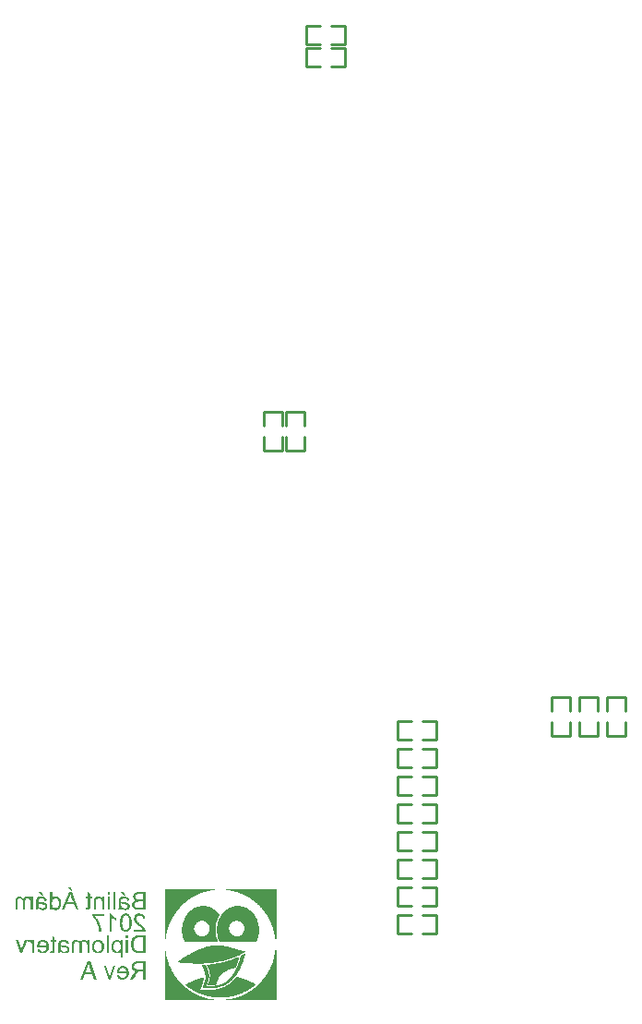
<source format=gbo>
G04 Layer_Color=32896*
%FSLAX23Y23*%
%MOIN*%
G70*
G01*
G75*
%ADD39C,0.010*%
%ADD91C,0.001*%
G36*
X455Y313D02*
X457Y313D01*
X459Y313D01*
X460Y313D01*
X462Y312D01*
X463Y312D01*
X463Y312D01*
X463Y312D01*
X463Y312D01*
X463D01*
X465Y311D01*
X466Y310D01*
X468Y309D01*
X469Y309D01*
X469Y308D01*
X470Y307D01*
X470Y307D01*
X470Y307D01*
X471Y306D01*
X472Y304D01*
X473Y303D01*
X473Y302D01*
X473Y301D01*
X474Y300D01*
X474Y299D01*
X474Y299D01*
Y299D01*
X466Y298D01*
X466Y300D01*
X465Y301D01*
X464Y302D01*
X464Y303D01*
X463Y304D01*
X463Y304D01*
X462Y305D01*
X462Y305D01*
X461Y306D01*
X460Y306D01*
X458Y306D01*
X457Y307D01*
X456Y307D01*
X455Y307D01*
X454D01*
X452Y307D01*
X450Y306D01*
X449Y306D01*
X447Y305D01*
X446Y305D01*
X446Y304D01*
X445Y304D01*
X445Y304D01*
X444Y303D01*
X444Y302D01*
X443Y301D01*
X443Y300D01*
X443Y299D01*
X443Y298D01*
Y298D01*
Y297D01*
Y297D01*
Y297D01*
Y297D01*
Y296D01*
X443Y296D01*
Y295D01*
Y295D01*
X444Y295D01*
X445Y295D01*
X447Y294D01*
X449Y294D01*
X452Y293D01*
X454Y293D01*
X455Y293D01*
X455Y293D01*
X456Y293D01*
X457D01*
X457Y293D01*
X457D01*
X459Y292D01*
X460Y292D01*
X461Y292D01*
X462Y292D01*
X463Y292D01*
X463Y291D01*
X464Y291D01*
X464D01*
X465Y291D01*
X466Y291D01*
X467Y290D01*
X468Y290D01*
X469Y289D01*
X469Y289D01*
X469Y289D01*
X470Y289D01*
X470Y288D01*
X471Y287D01*
X472Y287D01*
X473Y286D01*
X473Y285D01*
X473Y285D01*
X474Y284D01*
X474Y284D01*
X474Y283D01*
X475Y282D01*
X475Y281D01*
X475Y280D01*
X475Y279D01*
X475Y279D01*
Y278D01*
Y278D01*
X475Y276D01*
X474Y274D01*
X474Y272D01*
X473Y271D01*
X472Y270D01*
X472Y269D01*
X471Y269D01*
X471Y268D01*
X469Y267D01*
X467Y266D01*
X466Y266D01*
X464Y265D01*
X462Y265D01*
X461Y265D01*
X461D01*
X460Y265D01*
X459D01*
X458Y265D01*
X456Y265D01*
X455Y265D01*
X453Y265D01*
X452Y266D01*
X451Y266D01*
X451Y266D01*
X451Y266D01*
X449Y267D01*
X448Y268D01*
X446Y269D01*
X445Y270D01*
X444Y270D01*
X443Y271D01*
X442Y271D01*
X442Y272D01*
X442Y270D01*
X442Y269D01*
X442Y268D01*
X441Y267D01*
X441Y267D01*
X441Y266D01*
X441Y266D01*
X441Y266D01*
X432D01*
X433Y268D01*
X434Y269D01*
X434Y269D01*
X434Y270D01*
X434Y271D01*
X434Y271D01*
Y271D01*
X434Y272D01*
X435Y273D01*
Y274D01*
X435Y275D01*
X435Y277D01*
Y279D01*
X435Y282D01*
Y283D01*
Y283D01*
Y284D01*
Y285D01*
Y285D01*
Y285D01*
Y296D01*
Y298D01*
X435Y299D01*
X435Y300D01*
Y301D01*
X435Y302D01*
X435Y303D01*
X435Y303D01*
Y303D01*
X436Y304D01*
X436Y305D01*
X436Y306D01*
X437Y307D01*
X437Y308D01*
X437Y308D01*
X438Y308D01*
X438Y308D01*
X439Y309D01*
X439Y310D01*
X440Y310D01*
X441Y311D01*
X442Y311D01*
X443Y312D01*
X443Y312D01*
X443Y312D01*
X445Y312D01*
X446Y313D01*
X448Y313D01*
X449Y313D01*
X451Y313D01*
X452Y313D01*
X453D01*
X455Y313D01*
D02*
G37*
G36*
X528D02*
X529Y313D01*
X531Y313D01*
X532Y312D01*
X533Y312D01*
X534Y311D01*
X534Y311D01*
X534Y311D01*
X536Y310D01*
X537Y309D01*
X538Y309D01*
X539Y308D01*
X539Y307D01*
X540Y306D01*
X540Y306D01*
X540Y306D01*
Y312D01*
X547D01*
Y266D01*
X539D01*
Y290D01*
X539Y292D01*
X539Y294D01*
X539Y296D01*
X539Y297D01*
X538Y298D01*
X538Y299D01*
X538Y299D01*
X538Y300D01*
X537Y301D01*
X537Y302D01*
X536Y303D01*
X535Y303D01*
X535Y304D01*
X534Y304D01*
X534Y305D01*
X534Y305D01*
X533Y305D01*
X532Y306D01*
X531Y306D01*
X530Y306D01*
X529Y306D01*
X528Y306D01*
X528D01*
X526Y306D01*
X525Y306D01*
X524Y306D01*
X523Y305D01*
X522Y305D01*
X522Y304D01*
X522Y304D01*
X521Y304D01*
X521Y303D01*
X520Y302D01*
X520Y300D01*
X520Y299D01*
X520Y298D01*
X519Y297D01*
Y296D01*
Y296D01*
Y296D01*
Y296D01*
Y266D01*
X512D01*
Y293D01*
X511Y295D01*
X511Y297D01*
X511Y299D01*
X510Y301D01*
X509Y302D01*
X509Y303D01*
X508Y303D01*
X508Y303D01*
X507Y304D01*
X506Y305D01*
X504Y306D01*
X503Y306D01*
X502Y306D01*
X501Y306D01*
X500D01*
X499Y306D01*
X498Y306D01*
X497Y306D01*
X497Y306D01*
X496Y306D01*
X496Y305D01*
X496Y305D01*
X495Y305D01*
X495Y305D01*
X494Y304D01*
X494Y304D01*
X493Y303D01*
X493Y303D01*
X493Y302D01*
X493Y302D01*
Y302D01*
X492Y301D01*
X492Y300D01*
X492Y298D01*
X492Y297D01*
Y296D01*
Y295D01*
Y295D01*
Y295D01*
Y266D01*
X484D01*
Y298D01*
Y299D01*
X484Y300D01*
X485Y303D01*
X485Y305D01*
X486Y306D01*
X487Y308D01*
X487Y309D01*
X488Y309D01*
X488Y309D01*
X489Y311D01*
X491Y312D01*
X493Y312D01*
X494Y313D01*
X496Y313D01*
X497Y313D01*
X497D01*
X498Y313D01*
X498D01*
X500Y313D01*
X502Y313D01*
X503Y313D01*
X504Y312D01*
X507Y311D01*
X508Y310D01*
X509Y309D01*
X510Y308D01*
X511Y308D01*
X511Y307D01*
X512Y306D01*
X512Y306D01*
X513Y306D01*
X513Y305D01*
X513Y305D01*
X513Y306D01*
X514Y308D01*
X515Y309D01*
X516Y310D01*
X516Y310D01*
X517Y311D01*
X517Y311D01*
X518Y311D01*
X519Y312D01*
X520Y312D01*
X522Y313D01*
X523Y313D01*
X524Y313D01*
X525Y313D01*
X526D01*
X528Y313D01*
D02*
G37*
G36*
X305Y266D02*
X298D01*
X280Y312D01*
X289D01*
X299Y284D01*
X300Y282D01*
X300Y280D01*
X301Y279D01*
X301Y277D01*
X301Y277D01*
X302Y276D01*
X302Y275D01*
X302Y275D01*
X302Y277D01*
X303Y279D01*
X303Y280D01*
X304Y281D01*
X304Y283D01*
X305Y284D01*
X305Y284D01*
X305Y284D01*
X315Y312D01*
X323D01*
X305Y266D01*
D02*
G37*
G36*
X381Y313D02*
X382Y313D01*
X384Y313D01*
X385Y312D01*
X387Y312D01*
X388Y311D01*
X389Y311D01*
X390Y310D01*
X391Y309D01*
X392Y309D01*
X393Y308D01*
X393Y308D01*
X394Y307D01*
X394Y307D01*
X394Y307D01*
X394Y307D01*
X396Y306D01*
X396Y304D01*
X397Y303D01*
X398Y301D01*
X398Y300D01*
X399Y298D01*
X400Y295D01*
X400Y294D01*
X400Y293D01*
X400Y291D01*
X400Y290D01*
X400Y290D01*
Y289D01*
Y289D01*
Y289D01*
X400Y286D01*
X400Y285D01*
X400Y283D01*
X399Y281D01*
X399Y279D01*
X399Y278D01*
X398Y277D01*
X397Y276D01*
X397Y274D01*
X396Y273D01*
X396Y273D01*
X395Y272D01*
X395Y272D01*
X395Y271D01*
X395Y271D01*
X394Y271D01*
X393Y270D01*
X392Y269D01*
X391Y268D01*
X389Y267D01*
X388Y267D01*
X387Y266D01*
X384Y265D01*
X383Y265D01*
X382Y265D01*
X381Y265D01*
X380Y265D01*
X379Y265D01*
X378D01*
X375Y265D01*
X373Y265D01*
X371Y266D01*
X369Y267D01*
X368Y267D01*
X367Y267D01*
X367Y268D01*
X366Y268D01*
X366Y268D01*
X365Y268D01*
X365Y269D01*
X365D01*
X363Y270D01*
X362Y272D01*
X361Y274D01*
X360Y276D01*
X359Y277D01*
X359Y278D01*
X358Y279D01*
X358Y279D01*
X358Y279D01*
X358Y280D01*
Y280D01*
X366Y281D01*
X367Y279D01*
X368Y277D01*
X368Y276D01*
X369Y275D01*
X370Y274D01*
X370Y274D01*
X371Y273D01*
X371Y273D01*
X372Y273D01*
X373Y272D01*
X375Y272D01*
X376Y271D01*
X377Y271D01*
X378Y271D01*
X378D01*
X380Y271D01*
X382Y272D01*
X384Y272D01*
X385Y273D01*
X386Y274D01*
X387Y275D01*
X388Y275D01*
X388Y275D01*
X389Y277D01*
X390Y279D01*
X391Y281D01*
X392Y283D01*
X392Y284D01*
X392Y285D01*
X392Y286D01*
Y286D01*
X392Y287D01*
Y287D01*
Y287D01*
X358D01*
X358Y288D01*
Y289D01*
Y289D01*
Y289D01*
X358Y291D01*
X358Y293D01*
X358Y295D01*
X359Y297D01*
X359Y298D01*
X360Y300D01*
X360Y301D01*
X361Y302D01*
X361Y303D01*
X362Y304D01*
X362Y305D01*
X363Y306D01*
X363Y306D01*
X363Y307D01*
X364Y307D01*
X364Y307D01*
X365Y308D01*
X366Y309D01*
X367Y310D01*
X368Y311D01*
X370Y311D01*
X371Y312D01*
X373Y313D01*
X375Y313D01*
X376Y313D01*
X376Y313D01*
X377Y313D01*
X378Y313D01*
X379D01*
X381Y313D01*
D02*
G37*
G36*
X421Y324D02*
Y312D01*
X427D01*
Y306D01*
X421D01*
Y279D01*
Y278D01*
Y277D01*
X421Y276D01*
Y275D01*
X421Y274D01*
X421Y273D01*
X421Y272D01*
X421Y271D01*
X421Y270D01*
X421Y270D01*
Y270D01*
X420Y269D01*
X420Y269D01*
X419Y268D01*
X418Y267D01*
X418Y267D01*
X418Y267D01*
X417Y267D01*
X417Y266D01*
X416Y266D01*
X415Y266D01*
X414Y265D01*
X413Y265D01*
X412Y265D01*
X411Y265D01*
X410D01*
X408Y265D01*
X407Y265D01*
X407Y266D01*
X406Y266D01*
X405Y266D01*
X405Y266D01*
X404D01*
X406Y273D01*
X407Y273D01*
X408D01*
X408Y273D01*
X409D01*
X410Y273D01*
X411Y273D01*
X412Y273D01*
X412Y273D01*
X412Y273D01*
X413Y274D01*
X413Y274D01*
X413Y275D01*
X413Y275D01*
X413Y276D01*
X413Y277D01*
X413Y278D01*
Y278D01*
Y279D01*
Y279D01*
Y306D01*
X406D01*
Y312D01*
X413D01*
Y328D01*
X421Y324D01*
D02*
G37*
G36*
X626Y407D02*
X627Y405D01*
X628Y404D01*
X629Y402D01*
X630Y401D01*
X631Y400D01*
X632Y400D01*
X632Y400D01*
X632Y400D01*
X634Y398D01*
X636Y397D01*
X638Y395D01*
X639Y394D01*
X641Y393D01*
X642Y393D01*
X642Y393D01*
X643Y392D01*
X643Y392D01*
X643Y392D01*
X643D01*
Y384D01*
X642Y385D01*
X640Y386D01*
X639Y386D01*
X638Y387D01*
X637Y388D01*
X636Y388D01*
X635Y388D01*
X635Y389D01*
X635D01*
X633Y389D01*
X632Y391D01*
X631Y391D01*
X630Y392D01*
X629Y393D01*
X628Y393D01*
X628Y394D01*
X628Y394D01*
Y344D01*
X620D01*
Y408D01*
X625D01*
X626Y407D01*
D02*
G37*
G36*
X729Y408D02*
X731Y408D01*
X734Y407D01*
X735Y407D01*
X736Y407D01*
X738Y406D01*
X738Y406D01*
X739Y405D01*
X740Y405D01*
X741Y405D01*
X741Y404D01*
X742Y404D01*
X742Y404D01*
X742Y404D01*
X742Y403D01*
X743Y402D01*
X744Y401D01*
X746Y399D01*
X747Y397D01*
X747Y395D01*
X748Y393D01*
X748Y392D01*
X748Y391D01*
X748Y391D01*
X749Y390D01*
Y390D01*
Y390D01*
X740Y389D01*
X740Y391D01*
X740Y393D01*
X739Y394D01*
X739Y396D01*
X738Y397D01*
X738Y398D01*
X737Y398D01*
X737Y398D01*
X736Y399D01*
X734Y400D01*
X733Y401D01*
X731Y401D01*
X730Y401D01*
X729Y402D01*
X729Y402D01*
X728D01*
X726Y402D01*
X724Y401D01*
X723Y401D01*
X722Y400D01*
X721Y399D01*
X720Y399D01*
X719Y399D01*
X719Y398D01*
X718Y397D01*
X717Y396D01*
X717Y395D01*
X716Y393D01*
X716Y392D01*
X716Y391D01*
X716Y391D01*
Y391D01*
Y391D01*
X716Y389D01*
X716Y387D01*
X717Y386D01*
X718Y384D01*
X718Y383D01*
X719Y382D01*
X719Y381D01*
X719Y381D01*
X719Y381D01*
Y381D01*
X720Y380D01*
X721Y379D01*
X722Y378D01*
X723Y377D01*
X726Y375D01*
X728Y372D01*
X730Y370D01*
X731Y370D01*
X732Y369D01*
X733Y368D01*
X733Y368D01*
X734Y368D01*
X734Y367D01*
X736Y365D01*
X738Y364D01*
X740Y362D01*
X741Y360D01*
X742Y359D01*
X743Y358D01*
X744Y358D01*
X744Y358D01*
Y358D01*
X745Y356D01*
X746Y355D01*
X747Y353D01*
X748Y352D01*
X748Y351D01*
X749Y350D01*
X749Y349D01*
X749Y349D01*
Y349D01*
X749Y348D01*
X750Y347D01*
X750Y346D01*
X750Y346D01*
X750Y345D01*
Y344D01*
Y344D01*
Y344D01*
X708D01*
Y351D01*
X739D01*
X738Y353D01*
X737Y354D01*
X736Y355D01*
X736Y355D01*
X736Y355D01*
X736Y356D01*
X735Y356D01*
X735Y356D01*
X734Y358D01*
X732Y359D01*
X730Y360D01*
X729Y362D01*
X728Y363D01*
X727Y363D01*
X727Y363D01*
X727Y364D01*
X727Y364D01*
X725Y365D01*
X724Y366D01*
X722Y367D01*
X721Y368D01*
X720Y369D01*
X719Y370D01*
X718Y371D01*
X717Y372D01*
X717Y373D01*
X716Y373D01*
X715Y374D01*
X715Y375D01*
X715Y375D01*
X713Y377D01*
X712Y378D01*
X711Y379D01*
X711Y380D01*
X710Y381D01*
X710Y382D01*
X709Y383D01*
X709Y383D01*
X709Y384D01*
X708Y385D01*
X708Y387D01*
X708Y388D01*
X708Y389D01*
X708Y390D01*
Y390D01*
Y390D01*
X708Y392D01*
X708Y393D01*
X709Y396D01*
X709Y398D01*
X710Y400D01*
X711Y401D01*
X712Y402D01*
X712Y402D01*
X713Y403D01*
X713Y403D01*
X713Y403D01*
X713Y403D01*
X714Y404D01*
X715Y405D01*
X716Y405D01*
X718Y406D01*
X720Y407D01*
X722Y408D01*
X724Y408D01*
X725Y408D01*
X725Y408D01*
X726Y408D01*
X727Y408D01*
X728D01*
X729Y408D01*
D02*
G37*
G36*
X599Y400D02*
X568D01*
X570Y397D01*
X572Y394D01*
X574Y391D01*
X576Y389D01*
X576Y387D01*
X577Y386D01*
X578Y385D01*
X578Y384D01*
X579Y384D01*
X579Y383D01*
X579Y383D01*
X579Y383D01*
X581Y379D01*
X583Y375D01*
X584Y372D01*
X585Y370D01*
X585Y369D01*
X586Y367D01*
X586Y366D01*
X586Y365D01*
X587Y364D01*
X587Y363D01*
X587Y363D01*
X587Y362D01*
Y362D01*
X588Y358D01*
X589Y356D01*
X589Y355D01*
X589Y353D01*
X589Y352D01*
X590Y350D01*
X590Y349D01*
X590Y348D01*
X590Y347D01*
X590Y346D01*
Y345D01*
X590Y345D01*
Y344D01*
Y344D01*
Y344D01*
X582D01*
X582Y347D01*
X581Y351D01*
X581Y354D01*
X581Y355D01*
X580Y356D01*
X580Y357D01*
X580Y358D01*
X580Y359D01*
X579Y360D01*
X579Y361D01*
X579Y361D01*
X579Y361D01*
Y361D01*
X578Y366D01*
X576Y370D01*
X575Y372D01*
X575Y373D01*
X574Y375D01*
X573Y377D01*
X573Y378D01*
X572Y380D01*
X571Y381D01*
X571Y382D01*
X570Y383D01*
X570Y383D01*
X570Y384D01*
X570Y384D01*
X569Y386D01*
X568Y388D01*
X566Y389D01*
X565Y391D01*
X564Y393D01*
X563Y394D01*
X562Y395D01*
X561Y396D01*
X561Y397D01*
X560Y398D01*
X559Y399D01*
X559Y400D01*
X558Y400D01*
X558Y401D01*
X558Y401D01*
X558Y401D01*
Y407D01*
X599D01*
Y400D01*
D02*
G37*
G36*
X686Y321D02*
X678D01*
Y330D01*
X686D01*
Y321D01*
D02*
G37*
G36*
X681Y408D02*
X683Y408D01*
X685Y407D01*
X687Y406D01*
X688Y406D01*
X689Y405D01*
X689Y405D01*
X690Y405D01*
X690Y404D01*
X690D01*
X692Y403D01*
X693Y401D01*
X694Y399D01*
X695Y398D01*
X696Y396D01*
X696Y395D01*
X696Y395D01*
X697Y394D01*
X697Y394D01*
X697Y394D01*
Y394D01*
X697Y392D01*
X698Y391D01*
X698Y388D01*
X699Y385D01*
X699Y382D01*
X699Y381D01*
X699Y379D01*
Y378D01*
X699Y377D01*
Y377D01*
Y376D01*
Y376D01*
Y375D01*
X699Y372D01*
X699Y369D01*
X699Y366D01*
X698Y364D01*
X698Y361D01*
X697Y359D01*
X697Y357D01*
X696Y356D01*
X695Y354D01*
X695Y353D01*
X694Y352D01*
X694Y351D01*
X693Y350D01*
X693Y350D01*
X693Y349D01*
X693Y349D01*
X692Y348D01*
X691Y347D01*
X690Y346D01*
X688Y345D01*
X687Y345D01*
X686Y344D01*
X684Y344D01*
X682Y343D01*
X681Y343D01*
X681Y343D01*
X680Y343D01*
X679Y343D01*
X678D01*
X676Y343D01*
X673Y343D01*
X672Y344D01*
X670Y345D01*
X669Y345D01*
X667Y346D01*
X667Y346D01*
X667Y346D01*
X667Y346D01*
X667D01*
X665Y348D01*
X664Y350D01*
X662Y352D01*
X661Y353D01*
X661Y355D01*
X660Y355D01*
X660Y356D01*
X660Y356D01*
X660Y357D01*
X660Y357D01*
Y357D01*
X659Y359D01*
X659Y360D01*
X658Y363D01*
X658Y366D01*
X658Y369D01*
X658Y370D01*
X657Y372D01*
Y373D01*
X657Y374D01*
Y374D01*
Y375D01*
Y375D01*
Y375D01*
X657Y379D01*
Y380D01*
X658Y382D01*
X658Y383D01*
X658Y384D01*
X658Y385D01*
X658Y387D01*
X658Y387D01*
X658Y388D01*
X658Y389D01*
X659Y389D01*
X659Y390D01*
Y390D01*
X659Y390D01*
Y391D01*
X659Y393D01*
X660Y394D01*
X661Y396D01*
X661Y397D01*
X662Y399D01*
X662Y399D01*
X663Y400D01*
X663Y400D01*
X664Y401D01*
X665Y403D01*
X666Y404D01*
X667Y405D01*
X668Y405D01*
X669Y406D01*
X669Y406D01*
X669Y406D01*
X671Y407D01*
X672Y407D01*
X674Y408D01*
X675Y408D01*
X676Y408D01*
X677Y408D01*
X678D01*
X681Y408D01*
D02*
G37*
G36*
X624Y171D02*
X616D01*
X599Y218D01*
X607D01*
X617Y189D01*
X618Y187D01*
X619Y186D01*
X619Y184D01*
X620Y183D01*
X620Y182D01*
X620Y181D01*
X620Y181D01*
X620Y180D01*
X621Y182D01*
X621Y184D01*
X622Y185D01*
X622Y187D01*
X623Y188D01*
X623Y189D01*
X623Y189D01*
X623Y190D01*
X633Y218D01*
X642D01*
X624Y171D01*
D02*
G37*
G36*
X648Y313D02*
X649Y313D01*
X650Y313D01*
X652Y312D01*
X652Y312D01*
X653Y312D01*
X653Y312D01*
X654Y311D01*
X655Y311D01*
X656Y310D01*
X657Y309D01*
X658Y308D01*
X658Y307D01*
X659Y307D01*
X659Y306D01*
X659Y306D01*
Y312D01*
X667D01*
Y248D01*
X659D01*
Y270D01*
X658Y270D01*
X657Y269D01*
X656Y268D01*
X655Y267D01*
X655Y267D01*
X654Y267D01*
X654Y266D01*
X654Y266D01*
X652Y266D01*
X651Y265D01*
X650Y265D01*
X649Y265D01*
X648Y265D01*
X647Y265D01*
X647D01*
X645Y265D01*
X643Y265D01*
X641Y266D01*
X639Y266D01*
X638Y267D01*
X637Y267D01*
X637Y267D01*
X636Y268D01*
X636Y268D01*
X636D01*
X635Y269D01*
X633Y270D01*
X632Y272D01*
X631Y273D01*
X630Y274D01*
X629Y275D01*
X629Y276D01*
X629Y276D01*
X629Y276D01*
Y276D01*
X628Y279D01*
X627Y281D01*
X627Y283D01*
X627Y285D01*
X626Y287D01*
Y287D01*
X626Y288D01*
Y289D01*
Y289D01*
Y289D01*
Y289D01*
X626Y292D01*
X627Y294D01*
X627Y296D01*
X627Y298D01*
X628Y299D01*
X628Y300D01*
X628Y301D01*
X628Y301D01*
X628Y301D01*
X629Y301D01*
Y302D01*
X630Y304D01*
X631Y305D01*
X632Y307D01*
X633Y308D01*
X634Y309D01*
X635Y310D01*
X635Y310D01*
X635Y310D01*
X636D01*
X637Y311D01*
X639Y312D01*
X641Y313D01*
X642Y313D01*
X644Y313D01*
X645Y313D01*
X646D01*
X648Y313D01*
D02*
G37*
G36*
X669Y219D02*
X671Y218D01*
X673Y218D01*
X674Y218D01*
X675Y217D01*
X677Y217D01*
X678Y216D01*
X679Y215D01*
X680Y215D01*
X681Y214D01*
X681Y214D01*
X682Y213D01*
X683Y213D01*
X683Y212D01*
X683Y212D01*
X683Y212D01*
X684Y211D01*
X685Y209D01*
X686Y208D01*
X687Y207D01*
X687Y205D01*
X688Y203D01*
X688Y201D01*
X689Y199D01*
X689Y198D01*
X689Y197D01*
X689Y196D01*
X689Y195D01*
Y194D01*
Y194D01*
Y194D01*
X689Y192D01*
X689Y190D01*
X689Y188D01*
X688Y186D01*
X688Y185D01*
X687Y183D01*
X687Y182D01*
X686Y181D01*
X686Y180D01*
X685Y179D01*
X685Y178D01*
X684Y177D01*
X684Y177D01*
X683Y177D01*
X683Y176D01*
X683Y176D01*
X682Y175D01*
X681Y174D01*
X679Y173D01*
X678Y173D01*
X677Y172D01*
X675Y172D01*
X673Y171D01*
X672Y170D01*
X671Y170D01*
X670Y170D01*
X669Y170D01*
X668Y170D01*
X667D01*
X664Y170D01*
X662Y171D01*
X659Y171D01*
X657Y172D01*
X656Y172D01*
X656Y173D01*
X655Y173D01*
X655Y173D01*
X654Y174D01*
X654Y174D01*
X654Y174D01*
X654D01*
X652Y175D01*
X650Y177D01*
X649Y179D01*
X648Y181D01*
X648Y183D01*
X647Y183D01*
X647Y184D01*
X647Y184D01*
X647Y185D01*
X647Y185D01*
Y185D01*
X655Y186D01*
X656Y184D01*
X656Y183D01*
X657Y182D01*
X658Y181D01*
X659Y180D01*
X659Y179D01*
X660Y179D01*
X660Y179D01*
X661Y178D01*
X662Y177D01*
X663Y177D01*
X665Y177D01*
X665Y177D01*
X666Y176D01*
X667D01*
X669Y177D01*
X671Y177D01*
X673Y178D01*
X674Y178D01*
X675Y179D01*
X676Y180D01*
X677Y180D01*
X677Y180D01*
X678Y182D01*
X679Y184D01*
X680Y186D01*
X680Y188D01*
X681Y190D01*
X681Y190D01*
X681Y191D01*
Y191D01*
X681Y192D01*
Y192D01*
Y192D01*
X646D01*
X646Y193D01*
Y194D01*
Y194D01*
Y194D01*
X646Y196D01*
X647Y198D01*
X647Y200D01*
X647Y202D01*
X648Y204D01*
X648Y205D01*
X649Y206D01*
X649Y208D01*
X650Y209D01*
X650Y210D01*
X651Y210D01*
X651Y211D01*
X652Y211D01*
X652Y212D01*
X652Y212D01*
X652Y212D01*
X653Y213D01*
X655Y214D01*
X656Y215D01*
X657Y216D01*
X658Y217D01*
X660Y217D01*
X662Y218D01*
X663Y218D01*
X664Y218D01*
X665Y218D01*
X666Y219D01*
X667Y219D01*
X668D01*
X669Y219D01*
D02*
G37*
G36*
X573Y171D02*
X564D01*
X557Y190D01*
X530D01*
X523Y171D01*
X513D01*
X539Y235D01*
X549D01*
X573Y171D01*
D02*
G37*
G36*
X750D02*
X742D01*
Y200D01*
X731D01*
X730Y199D01*
X729D01*
X728Y199D01*
X728Y199D01*
X727D01*
X727Y199D01*
X727D01*
X726Y199D01*
X724Y198D01*
X724Y198D01*
X723Y198D01*
X723Y198D01*
X723Y197D01*
X722Y197D01*
X722Y196D01*
X720Y195D01*
X720Y194D01*
X719Y194D01*
X719Y193D01*
X719Y193D01*
X718Y192D01*
X717Y190D01*
X716Y189D01*
X715Y188D01*
X714Y186D01*
X713Y185D01*
X713Y185D01*
X713Y185D01*
X713Y184D01*
Y184D01*
X704Y171D01*
X694D01*
X705Y188D01*
X706Y190D01*
X707Y192D01*
X708Y193D01*
X709Y195D01*
X710Y196D01*
X711Y196D01*
X712Y197D01*
X712Y197D01*
X712Y198D01*
X713Y198D01*
X715Y199D01*
X716Y200D01*
X716Y200D01*
X717Y200D01*
X717Y200D01*
X715Y201D01*
X714Y201D01*
X712Y201D01*
X711Y202D01*
X710Y202D01*
X709Y203D01*
X707Y203D01*
X707Y204D01*
X706Y204D01*
X705Y205D01*
X705Y205D01*
X704Y205D01*
X704Y206D01*
X703Y206D01*
X703Y206D01*
X702Y207D01*
X702Y208D01*
X701Y210D01*
X700Y212D01*
X699Y214D01*
X699Y215D01*
X699Y216D01*
Y216D01*
X699Y217D01*
Y217D01*
Y218D01*
Y218D01*
X699Y220D01*
X699Y221D01*
X700Y223D01*
X700Y224D01*
X701Y226D01*
X701Y227D01*
X701Y227D01*
X701Y227D01*
X703Y229D01*
X704Y230D01*
X705Y231D01*
X706Y232D01*
X707Y233D01*
X708Y233D01*
X708Y233D01*
X709Y233D01*
X709D01*
X709Y234D01*
X710Y234D01*
X713Y234D01*
X715Y235D01*
X717Y235D01*
X719Y235D01*
X719D01*
X720Y235D01*
X750D01*
Y171D01*
D02*
G37*
G36*
X686Y266D02*
X678D01*
Y312D01*
X686D01*
Y266D01*
D02*
G37*
G36*
X750D02*
X727D01*
X725Y266D01*
X723Y266D01*
X721Y266D01*
X720Y266D01*
X718Y267D01*
X717Y267D01*
X717Y267D01*
X717D01*
X715Y267D01*
X714Y268D01*
X712Y268D01*
X711Y269D01*
X710Y269D01*
X710Y270D01*
X709Y270D01*
X709Y270D01*
X708Y271D01*
X707Y272D01*
X706Y273D01*
X705Y274D01*
X704Y275D01*
X704Y275D01*
X703Y276D01*
X703Y276D01*
X702Y277D01*
X701Y279D01*
X701Y280D01*
X700Y282D01*
X700Y283D01*
X699Y284D01*
X699Y285D01*
X699Y285D01*
X699Y285D01*
Y285D01*
X698Y287D01*
X698Y290D01*
X697Y292D01*
X697Y294D01*
X697Y296D01*
Y296D01*
X697Y297D01*
Y298D01*
Y298D01*
Y298D01*
Y298D01*
X697Y301D01*
X697Y304D01*
X698Y307D01*
X698Y308D01*
X698Y309D01*
X699Y310D01*
X699Y311D01*
X699Y312D01*
X699Y312D01*
X699Y313D01*
X700Y313D01*
X700Y313D01*
Y313D01*
X701Y316D01*
X702Y318D01*
X703Y320D01*
X704Y321D01*
X705Y323D01*
X706Y324D01*
X707Y324D01*
X707Y324D01*
X707D01*
X709Y326D01*
X710Y326D01*
X712Y327D01*
X713Y328D01*
X715Y328D01*
X716Y329D01*
X716Y329D01*
X716D01*
X717Y329D01*
X717D01*
X718Y329D01*
X720Y330D01*
X722Y330D01*
X724Y330D01*
X725Y330D01*
X750D01*
Y266D01*
D02*
G37*
G36*
X617D02*
X609D01*
Y330D01*
X617D01*
Y266D01*
D02*
G37*
G36*
X580Y313D02*
X581Y313D01*
X584Y313D01*
X587Y312D01*
X588Y311D01*
X589Y311D01*
X590Y310D01*
X590Y310D01*
X591Y309D01*
X592Y309D01*
X592Y309D01*
X592Y308D01*
X593Y308D01*
X593Y308D01*
X594Y307D01*
X595Y306D01*
X596Y304D01*
X597Y302D01*
X597Y301D01*
X598Y299D01*
X599Y298D01*
X599Y296D01*
X599Y295D01*
X599Y293D01*
X600Y292D01*
X600Y291D01*
Y290D01*
X600Y290D01*
Y289D01*
Y289D01*
X600Y287D01*
X600Y285D01*
X599Y283D01*
X599Y281D01*
X598Y280D01*
X598Y278D01*
X597Y277D01*
X597Y276D01*
X596Y274D01*
X596Y274D01*
X595Y273D01*
X595Y272D01*
X594Y272D01*
X594Y271D01*
X594Y271D01*
X594Y271D01*
X593Y270D01*
X591Y269D01*
X590Y268D01*
X589Y267D01*
X587Y267D01*
X586Y266D01*
X584Y265D01*
X583Y265D01*
X581Y265D01*
X580Y265D01*
X580Y265D01*
X579Y265D01*
X578D01*
X576Y265D01*
X574Y265D01*
X572Y266D01*
X570Y266D01*
X569Y267D01*
X568Y267D01*
X567Y267D01*
X567Y267D01*
X567Y268D01*
X567D01*
X565Y269D01*
X563Y270D01*
X562Y271D01*
X561Y273D01*
X560Y274D01*
X559Y275D01*
X559Y275D01*
X559Y275D01*
Y275D01*
X558Y277D01*
X557Y280D01*
X557Y282D01*
X557Y284D01*
X556Y285D01*
X556Y286D01*
Y287D01*
X556Y288D01*
Y289D01*
Y289D01*
Y290D01*
Y290D01*
X556Y292D01*
X557Y294D01*
X557Y295D01*
X557Y297D01*
X558Y299D01*
X558Y300D01*
X559Y301D01*
X559Y302D01*
X560Y303D01*
X560Y304D01*
X561Y305D01*
X561Y306D01*
X562Y306D01*
X562Y307D01*
X562Y307D01*
X562Y307D01*
X564Y308D01*
X565Y309D01*
X566Y310D01*
X567Y311D01*
X569Y311D01*
X570Y312D01*
X572Y313D01*
X574Y313D01*
X575Y313D01*
X576Y313D01*
X576Y313D01*
X577Y313D01*
X578D01*
X580Y313D01*
D02*
G37*
G36*
X332D02*
X333Y313D01*
X334Y313D01*
X335Y313D01*
X335Y312D01*
X336Y312D01*
X336Y312D01*
X336Y312D01*
X337Y311D01*
X338Y310D01*
X339Y309D01*
X339Y308D01*
X340Y307D01*
X340Y306D01*
X341Y305D01*
X341Y305D01*
Y312D01*
X348D01*
Y266D01*
X340D01*
Y290D01*
X340Y292D01*
X340Y294D01*
X340Y295D01*
X339Y297D01*
X339Y298D01*
X339Y299D01*
X339Y299D01*
X339Y299D01*
X339Y300D01*
X338Y301D01*
X338Y302D01*
X337Y302D01*
X337Y303D01*
X336Y303D01*
X336Y304D01*
X336Y304D01*
X335Y304D01*
X335Y305D01*
X334Y305D01*
X333Y305D01*
X332Y305D01*
X332Y305D01*
X331D01*
X330Y305D01*
X329Y305D01*
X328Y305D01*
X327Y304D01*
X327Y304D01*
X326Y304D01*
X326Y304D01*
X326Y303D01*
X323Y311D01*
X324Y312D01*
X326Y312D01*
X327Y313D01*
X328Y313D01*
X330Y313D01*
X330Y313D01*
X331D01*
X332Y313D01*
D02*
G37*
G36*
X673Y470D02*
X676Y469D01*
X677Y469D01*
X679Y469D01*
X680Y468D01*
X681Y468D01*
X681Y468D01*
X682Y468D01*
X682Y468D01*
X682D01*
X683Y467D01*
X685Y467D01*
X686Y466D01*
X687Y465D01*
X688Y464D01*
X688Y464D01*
X689Y463D01*
X689Y463D01*
X690Y462D01*
X690Y461D01*
X691Y460D01*
X691Y458D01*
X692Y457D01*
X692Y456D01*
X692Y456D01*
X692Y455D01*
Y455D01*
X685Y454D01*
X684Y456D01*
X683Y457D01*
X683Y459D01*
X682Y460D01*
X681Y460D01*
X681Y461D01*
X681Y461D01*
X681Y461D01*
X680Y462D01*
X678Y462D01*
X677Y463D01*
X676Y463D01*
X674Y463D01*
X673Y463D01*
X672D01*
X670Y463D01*
X669Y463D01*
X667Y462D01*
X666Y462D01*
X665Y461D01*
X664Y461D01*
X664Y460D01*
X663Y460D01*
X663Y460D01*
X662Y459D01*
X662Y457D01*
X661Y456D01*
X661Y455D01*
X661Y454D01*
Y454D01*
Y454D01*
Y454D01*
Y453D01*
Y453D01*
Y452D01*
X661Y452D01*
Y452D01*
Y452D01*
X662Y451D01*
X663Y451D01*
X665Y450D01*
X668Y450D01*
X670Y450D01*
X672Y449D01*
X673Y449D01*
X674Y449D01*
X674Y449D01*
X675D01*
X675Y449D01*
X675D01*
X677Y449D01*
X678Y448D01*
X680Y448D01*
X681Y448D01*
X681Y448D01*
X682Y448D01*
X682Y448D01*
X682D01*
X684Y447D01*
X685Y447D01*
X685Y447D01*
X686Y446D01*
X687Y446D01*
X688Y445D01*
X688Y445D01*
X688Y445D01*
X689Y444D01*
X690Y444D01*
X690Y443D01*
X691Y442D01*
X692Y442D01*
X692Y441D01*
X692Y441D01*
X692Y441D01*
X693Y439D01*
X693Y438D01*
X693Y437D01*
X693Y436D01*
X693Y436D01*
X694Y435D01*
Y435D01*
Y434D01*
X693Y432D01*
X693Y430D01*
X692Y429D01*
X692Y427D01*
X691Y426D01*
X690Y425D01*
X690Y425D01*
X689Y425D01*
X688Y423D01*
X686Y423D01*
X684Y422D01*
X682Y422D01*
X680Y421D01*
X680Y421D01*
X679D01*
X678Y421D01*
X678D01*
X676Y421D01*
X674Y421D01*
X673Y422D01*
X672Y422D01*
X671Y422D01*
X670Y422D01*
X669Y423D01*
X669Y423D01*
X668Y423D01*
X666Y424D01*
X665Y425D01*
X663Y426D01*
X662Y427D01*
X661Y427D01*
X661Y428D01*
X661Y428D01*
X660Y427D01*
X660Y426D01*
X660Y425D01*
X660Y424D01*
X659Y423D01*
X659Y423D01*
X659Y422D01*
X659Y422D01*
X651D01*
X652Y424D01*
X652Y425D01*
X652Y426D01*
X653Y427D01*
X653Y427D01*
X653Y427D01*
Y428D01*
X653Y428D01*
X653Y429D01*
Y430D01*
X653Y431D01*
X653Y433D01*
Y436D01*
X653Y438D01*
Y439D01*
Y440D01*
Y440D01*
Y441D01*
Y441D01*
Y442D01*
Y452D01*
Y454D01*
X653Y455D01*
X653Y457D01*
Y458D01*
X654Y458D01*
X654Y459D01*
X654Y459D01*
Y459D01*
X654Y460D01*
X654Y462D01*
X655Y462D01*
X655Y463D01*
X656Y464D01*
X656Y464D01*
X656Y465D01*
X656Y465D01*
X657Y465D01*
X658Y466D01*
X659Y467D01*
X660Y467D01*
X660Y468D01*
X661Y468D01*
X661Y468D01*
X662Y468D01*
X663Y469D01*
X665Y469D01*
X666Y469D01*
X668Y469D01*
X669Y470D01*
X670Y470D01*
X671D01*
X673Y470D01*
D02*
G37*
G36*
X323D02*
X325Y469D01*
X326Y469D01*
X327Y469D01*
X328Y468D01*
X329Y468D01*
X330Y468D01*
X330Y468D01*
X331Y467D01*
X332Y466D01*
X333Y465D01*
X334Y464D01*
X335Y463D01*
X335Y463D01*
X335Y462D01*
X335Y462D01*
Y469D01*
X343D01*
Y422D01*
X335D01*
Y446D01*
X335Y448D01*
X334Y450D01*
X334Y452D01*
X334Y453D01*
X334Y455D01*
X334Y455D01*
X333Y456D01*
X333Y456D01*
X333Y457D01*
X332Y458D01*
X331Y459D01*
X331Y460D01*
X330Y460D01*
X330Y461D01*
X329Y461D01*
X329Y461D01*
X328Y462D01*
X327Y462D01*
X326Y462D01*
X325Y463D01*
X324Y463D01*
X324Y463D01*
X323D01*
X322Y463D01*
X320Y462D01*
X319Y462D01*
X318Y462D01*
X318Y461D01*
X317Y461D01*
X317Y460D01*
X317Y460D01*
X316Y459D01*
X316Y458D01*
X315Y457D01*
X315Y455D01*
X315Y454D01*
X315Y453D01*
Y453D01*
Y452D01*
Y452D01*
Y452D01*
Y422D01*
X307D01*
Y449D01*
X307Y452D01*
X307Y454D01*
X306Y455D01*
X305Y457D01*
X305Y458D01*
X304Y459D01*
X304Y459D01*
X304Y460D01*
X303Y461D01*
X301Y461D01*
X300Y462D01*
X298Y462D01*
X297Y463D01*
X296Y463D01*
X296D01*
X295Y463D01*
X294Y463D01*
X293Y462D01*
X292Y462D01*
X292Y462D01*
X291Y462D01*
X291Y462D01*
X291Y462D01*
X290Y461D01*
X290Y460D01*
X289Y460D01*
X289Y459D01*
X288Y459D01*
X288Y459D01*
X288Y458D01*
Y458D01*
X288Y457D01*
X288Y456D01*
X287Y454D01*
X287Y453D01*
Y452D01*
Y451D01*
Y451D01*
Y451D01*
Y422D01*
X279D01*
Y454D01*
Y455D01*
X280Y457D01*
X280Y459D01*
X281Y461D01*
X281Y463D01*
X282Y464D01*
X283Y465D01*
X283Y466D01*
X283Y466D01*
X285Y467D01*
X286Y468D01*
X288Y469D01*
X290Y469D01*
X291Y469D01*
X292Y470D01*
X293D01*
X293Y470D01*
X294D01*
X295Y470D01*
X297Y469D01*
X298Y469D01*
X300Y468D01*
X302Y467D01*
X303Y466D01*
X304Y466D01*
X305Y465D01*
X306Y464D01*
X307Y463D01*
X307Y463D01*
X308Y462D01*
X308Y462D01*
X308Y462D01*
X308Y461D01*
X309Y463D01*
X310Y464D01*
X310Y465D01*
X311Y466D01*
X312Y467D01*
X312Y467D01*
X313Y467D01*
X313Y468D01*
X314Y468D01*
X316Y469D01*
X317Y469D01*
X318Y469D01*
X319Y470D01*
X320Y470D01*
X321D01*
X323Y470D01*
D02*
G37*
G36*
X550Y480D02*
Y469D01*
X556D01*
Y462D01*
X550D01*
Y436D01*
Y434D01*
Y433D01*
X550Y432D01*
Y431D01*
X550Y430D01*
X550Y430D01*
X550Y428D01*
X550Y427D01*
X549Y427D01*
X549Y426D01*
Y426D01*
X549Y426D01*
X548Y425D01*
X548Y424D01*
X547Y424D01*
X547Y423D01*
X546Y423D01*
X546Y423D01*
X546Y423D01*
X545Y422D01*
X544Y422D01*
X543Y422D01*
X542Y422D01*
X541Y422D01*
X540Y422D01*
X539D01*
X537Y422D01*
X536Y422D01*
X535Y422D01*
X534Y422D01*
X534Y422D01*
X534Y422D01*
X533D01*
X534Y429D01*
X536Y429D01*
X536D01*
X537Y429D01*
X538D01*
X539Y429D01*
X540Y429D01*
X540Y429D01*
X541Y429D01*
X541Y430D01*
X542Y430D01*
X542Y431D01*
X542Y431D01*
X542Y431D01*
X542Y432D01*
X542Y433D01*
X542Y434D01*
Y435D01*
Y435D01*
Y435D01*
Y462D01*
X534D01*
Y469D01*
X542D01*
Y485D01*
X550Y480D01*
D02*
G37*
G36*
X375Y470D02*
X377Y469D01*
X379Y469D01*
X380Y469D01*
X381Y468D01*
X382Y468D01*
X383Y468D01*
X383Y468D01*
X383Y468D01*
X383D01*
X385Y467D01*
X386Y467D01*
X387Y466D01*
X388Y465D01*
X389Y464D01*
X390Y464D01*
X390Y463D01*
X390Y463D01*
X391Y462D01*
X392Y461D01*
X392Y460D01*
X393Y458D01*
X393Y457D01*
X393Y456D01*
X393Y456D01*
X394Y455D01*
Y455D01*
X386Y454D01*
X385Y456D01*
X385Y457D01*
X384Y459D01*
X383Y460D01*
X383Y460D01*
X382Y461D01*
X382Y461D01*
X382Y461D01*
X381Y462D01*
X380Y462D01*
X378Y463D01*
X377Y463D01*
X376Y463D01*
X375Y463D01*
X374D01*
X372Y463D01*
X370Y463D01*
X368Y462D01*
X367Y462D01*
X366Y461D01*
X365Y461D01*
X365Y460D01*
X365Y460D01*
X364Y460D01*
X364Y459D01*
X363Y457D01*
X363Y456D01*
X363Y455D01*
X363Y454D01*
Y454D01*
Y454D01*
Y454D01*
Y453D01*
Y453D01*
Y452D01*
X363Y452D01*
Y452D01*
Y452D01*
X364Y451D01*
X364Y451D01*
X367Y450D01*
X369Y450D01*
X371Y450D01*
X373Y449D01*
X374Y449D01*
X375Y449D01*
X376Y449D01*
X376D01*
X377Y449D01*
X377D01*
X378Y449D01*
X380Y448D01*
X381Y448D01*
X382Y448D01*
X383Y448D01*
X383Y448D01*
X384Y448D01*
X384D01*
X385Y447D01*
X386Y447D01*
X387Y447D01*
X388Y446D01*
X388Y446D01*
X389Y445D01*
X389Y445D01*
X389Y445D01*
X390Y444D01*
X391Y444D01*
X392Y443D01*
X392Y442D01*
X393Y442D01*
X393Y441D01*
X393Y441D01*
X393Y441D01*
X394Y439D01*
X394Y438D01*
X395Y437D01*
X395Y436D01*
X395Y436D01*
X395Y435D01*
Y435D01*
Y434D01*
X395Y432D01*
X394Y430D01*
X394Y429D01*
X393Y427D01*
X392Y426D01*
X392Y425D01*
X391Y425D01*
X391Y425D01*
X389Y423D01*
X387Y423D01*
X385Y422D01*
X383Y422D01*
X382Y421D01*
X381Y421D01*
X380D01*
X380Y421D01*
X379D01*
X377Y421D01*
X376Y421D01*
X374Y422D01*
X373Y422D01*
X372Y422D01*
X371Y422D01*
X371Y423D01*
X370Y423D01*
X369Y423D01*
X367Y424D01*
X366Y425D01*
X365Y426D01*
X364Y427D01*
X363Y427D01*
X362Y428D01*
X362Y428D01*
X362Y427D01*
X362Y426D01*
X361Y425D01*
X361Y424D01*
X361Y423D01*
X361Y423D01*
X360Y422D01*
X360Y422D01*
X352D01*
X353Y424D01*
X353Y425D01*
X354Y426D01*
X354Y427D01*
X354Y427D01*
X354Y427D01*
Y428D01*
X354Y428D01*
X354Y429D01*
Y430D01*
X354Y431D01*
X355Y433D01*
Y436D01*
X355Y438D01*
Y439D01*
Y440D01*
Y440D01*
Y441D01*
Y441D01*
Y442D01*
Y452D01*
Y454D01*
X355Y455D01*
X355Y457D01*
Y458D01*
X355Y458D01*
X355Y459D01*
X355Y459D01*
Y459D01*
X355Y460D01*
X356Y462D01*
X356Y462D01*
X357Y463D01*
X357Y464D01*
X357Y464D01*
X357Y465D01*
X358Y465D01*
X358Y465D01*
X359Y466D01*
X360Y467D01*
X361Y467D01*
X362Y468D01*
X362Y468D01*
X363Y468D01*
X363Y468D01*
X364Y469D01*
X366Y469D01*
X368Y469D01*
X369Y469D01*
X371Y470D01*
X372Y470D01*
X373D01*
X375Y470D01*
D02*
G37*
G36*
X621Y477D02*
X613D01*
Y486D01*
X621D01*
Y477D01*
D02*
G37*
G36*
X485Y490D02*
X479D01*
X469Y502D01*
X479D01*
X485Y490D01*
D02*
G37*
G36*
X379Y474D02*
X373D01*
X363Y487D01*
X373D01*
X379Y474D01*
D02*
G37*
G36*
X678D02*
X671D01*
X662Y487D01*
X672D01*
X678Y474D01*
D02*
G37*
G36*
X621Y422D02*
X613D01*
Y469D01*
X621D01*
Y422D01*
D02*
G37*
G36*
X641D02*
X633D01*
Y486D01*
X641D01*
Y422D01*
D02*
G37*
G36*
X750D02*
X723D01*
X721Y422D01*
X720Y422D01*
X718Y423D01*
X717Y423D01*
X716Y423D01*
X715Y423D01*
X715D01*
X714Y424D01*
X712Y424D01*
X711Y425D01*
X710Y425D01*
X709Y426D01*
X709Y426D01*
X708Y426D01*
X708Y426D01*
X707Y427D01*
X706Y428D01*
X705Y429D01*
X705Y430D01*
X704Y431D01*
X704Y432D01*
X704Y432D01*
X704Y432D01*
X703Y434D01*
X702Y435D01*
X702Y437D01*
X702Y438D01*
X702Y439D01*
X702Y440D01*
Y440D01*
Y441D01*
X702Y443D01*
X702Y445D01*
X703Y446D01*
X703Y448D01*
X704Y449D01*
X704Y450D01*
X705Y450D01*
X705Y450D01*
X706Y452D01*
X708Y453D01*
X709Y454D01*
X710Y455D01*
X712Y455D01*
X713Y456D01*
X713Y456D01*
X713Y456D01*
X714Y456D01*
X714D01*
X712Y457D01*
X711Y458D01*
X710Y459D01*
X709Y460D01*
X708Y461D01*
X707Y461D01*
X707Y462D01*
X707Y462D01*
X706Y463D01*
X706Y465D01*
X705Y466D01*
X705Y467D01*
X705Y468D01*
X705Y469D01*
Y470D01*
Y470D01*
X705Y471D01*
X705Y473D01*
X705Y474D01*
X706Y476D01*
X706Y477D01*
X707Y478D01*
X707Y478D01*
X707Y478D01*
X708Y480D01*
X709Y481D01*
X711Y482D01*
X712Y483D01*
X713Y483D01*
X713Y484D01*
X714Y484D01*
X714Y484D01*
X714D01*
X716Y485D01*
X718Y485D01*
X720Y486D01*
X722Y486D01*
X723Y486D01*
X724D01*
X725Y486D01*
X750D01*
Y422D01*
D02*
G37*
G36*
X413Y463D02*
X413Y464D01*
X414Y465D01*
X415Y466D01*
X416Y467D01*
X417Y467D01*
X417Y468D01*
X418Y468D01*
X418Y468D01*
X419Y468D01*
X421Y469D01*
X422Y469D01*
X423Y469D01*
X424Y470D01*
X425Y470D01*
X425D01*
X427Y470D01*
X429Y469D01*
X431Y469D01*
X433Y468D01*
X434Y468D01*
X435Y467D01*
X436Y467D01*
X436Y467D01*
X436D01*
X437Y465D01*
X439Y464D01*
X440Y463D01*
X441Y461D01*
X442Y460D01*
X442Y459D01*
X442Y458D01*
X443Y458D01*
X443Y458D01*
Y458D01*
X443Y456D01*
X444Y453D01*
X444Y451D01*
X445Y449D01*
X445Y448D01*
Y447D01*
X445Y446D01*
Y446D01*
Y446D01*
Y445D01*
Y445D01*
X445Y443D01*
X445Y440D01*
X444Y438D01*
X444Y436D01*
X443Y435D01*
X443Y434D01*
X443Y434D01*
X443Y433D01*
X442Y433D01*
X442Y433D01*
Y433D01*
X441Y431D01*
X440Y429D01*
X439Y427D01*
X438Y426D01*
X437Y425D01*
X436Y425D01*
X435Y424D01*
X435Y424D01*
X435D01*
X433Y423D01*
X432Y422D01*
X430Y422D01*
X428Y421D01*
X427Y421D01*
X426Y421D01*
X426Y421D01*
X425D01*
X423Y421D01*
X422Y421D01*
X421Y422D01*
X419Y422D01*
X418Y423D01*
X417Y423D01*
X416Y424D01*
X415Y424D01*
X415Y425D01*
X414Y426D01*
X413Y426D01*
X413Y427D01*
X412Y427D01*
X412Y428D01*
X412Y428D01*
X412Y428D01*
Y422D01*
X405D01*
Y486D01*
X413D01*
Y463D01*
D02*
G37*
G36*
X508Y422D02*
X499D01*
X492Y442D01*
X465D01*
X457Y422D01*
X448D01*
X474Y486D01*
X483D01*
X508Y422D01*
D02*
G37*
G36*
X581Y470D02*
X583Y469D01*
X584Y469D01*
X586Y468D01*
X587Y468D01*
X588Y467D01*
X589Y467D01*
X591Y466D01*
X591Y465D01*
X592Y464D01*
X593Y464D01*
X593Y463D01*
X594Y463D01*
X594Y462D01*
X594Y462D01*
X594Y462D01*
Y469D01*
X601D01*
Y422D01*
X593D01*
Y447D01*
Y449D01*
X593Y451D01*
X593Y452D01*
X593Y453D01*
X593Y454D01*
X592Y455D01*
X592Y456D01*
X592Y457D01*
X591Y458D01*
X591Y458D01*
X590Y459D01*
X590Y459D01*
X590Y460D01*
X588Y461D01*
X587Y461D01*
X586Y462D01*
X584Y462D01*
X583Y463D01*
X582Y463D01*
X581D01*
X580Y463D01*
X579Y463D01*
X578Y462D01*
X577Y462D01*
X577Y462D01*
X576Y462D01*
X576Y461D01*
X576Y461D01*
X575Y461D01*
X574Y460D01*
X574Y460D01*
X573Y459D01*
X573Y458D01*
X573Y458D01*
X572Y458D01*
Y457D01*
X572Y456D01*
X572Y455D01*
X572Y454D01*
X572Y453D01*
X571Y452D01*
Y451D01*
Y451D01*
Y450D01*
Y450D01*
Y422D01*
X564D01*
Y451D01*
Y453D01*
X564Y454D01*
X564Y455D01*
Y457D01*
X564Y457D01*
X564Y458D01*
X564Y458D01*
Y458D01*
X564Y460D01*
X565Y461D01*
X565Y462D01*
X566Y462D01*
X566Y463D01*
X566Y464D01*
X566Y464D01*
X567Y464D01*
X567Y465D01*
X568Y466D01*
X569Y466D01*
X570Y467D01*
X571Y468D01*
X571Y468D01*
X572Y468D01*
X572Y468D01*
X573Y469D01*
X574Y469D01*
X576Y469D01*
X577Y469D01*
X578Y470D01*
X579Y470D01*
X579D01*
X581Y470D01*
D02*
G37*
%LPC*%
G36*
X443Y289D02*
Y286D01*
X443Y284D01*
X443Y283D01*
X443Y281D01*
X443Y280D01*
X444Y279D01*
X444Y279D01*
X444Y278D01*
X444Y278D01*
X445Y277D01*
X446Y276D01*
X447Y275D01*
X447Y274D01*
X448Y274D01*
X449Y273D01*
X449Y273D01*
X449Y273D01*
X451Y272D01*
X452Y272D01*
X453Y271D01*
X455Y271D01*
X456Y271D01*
X457Y271D01*
X457D01*
X459Y271D01*
X460Y271D01*
X462Y272D01*
X463Y272D01*
X463Y272D01*
X464Y273D01*
X464Y273D01*
X464Y273D01*
X465Y274D01*
X466Y275D01*
X466Y276D01*
X466Y276D01*
X467Y277D01*
X467Y278D01*
Y278D01*
Y278D01*
X467Y279D01*
X467Y280D01*
X466Y281D01*
X466Y281D01*
X466Y282D01*
X466Y282D01*
Y282D01*
X465Y283D01*
X464Y284D01*
X463Y284D01*
X463Y284D01*
X463Y285D01*
X463D01*
X462Y285D01*
X461Y285D01*
X458Y286D01*
X457Y286D01*
X457Y286D01*
X456Y286D01*
X456D01*
X454Y286D01*
X453Y287D01*
X451Y287D01*
X450Y287D01*
X449Y287D01*
X448Y288D01*
X447Y288D01*
X446Y288D01*
X445Y288D01*
X445Y289D01*
X444Y289D01*
X444Y289D01*
X443Y289D01*
X443Y289D01*
X443Y289D01*
D02*
G37*
G36*
X379Y307D02*
X379D01*
X378Y307D01*
X377Y307D01*
X375Y306D01*
X373Y305D01*
X372Y305D01*
X371Y304D01*
X370Y303D01*
X369Y302D01*
X369Y302D01*
Y302D01*
X368Y301D01*
X368Y300D01*
X367Y298D01*
X367Y297D01*
X366Y295D01*
X366Y294D01*
Y294D01*
X366Y294D01*
Y294D01*
Y293D01*
X392D01*
X392Y296D01*
X391Y298D01*
X390Y299D01*
X390Y301D01*
X389Y302D01*
X388Y302D01*
X388Y303D01*
X388Y303D01*
X386Y304D01*
X385Y305D01*
X383Y306D01*
X382Y306D01*
X381Y307D01*
X380Y307D01*
X379Y307D01*
D02*
G37*
G36*
X679Y402D02*
X678D01*
X677Y402D01*
X676Y401D01*
X675Y401D01*
X673Y400D01*
X672Y399D01*
X671Y398D01*
X670Y397D01*
X669Y397D01*
X669Y397D01*
Y396D01*
X669Y395D01*
X668Y394D01*
X667Y393D01*
X667Y391D01*
X666Y388D01*
X666Y384D01*
X666Y382D01*
X666Y381D01*
X666Y379D01*
Y378D01*
X665Y377D01*
Y376D01*
Y376D01*
Y375D01*
Y373D01*
X666Y370D01*
X666Y368D01*
X666Y365D01*
X666Y364D01*
X667Y362D01*
X667Y360D01*
X667Y359D01*
X668Y358D01*
X668Y357D01*
X668Y356D01*
X669Y355D01*
X669Y355D01*
X669Y355D01*
X669Y354D01*
Y354D01*
X670Y353D01*
X671Y353D01*
X671Y352D01*
X672Y351D01*
X674Y350D01*
X675Y350D01*
X676Y349D01*
X677Y349D01*
X678Y349D01*
X678D01*
X679Y349D01*
X680Y349D01*
X682Y350D01*
X684Y351D01*
X685Y352D01*
X686Y353D01*
X687Y354D01*
X687Y354D01*
X687Y354D01*
Y354D01*
X688Y355D01*
X689Y357D01*
X689Y358D01*
X689Y360D01*
X690Y363D01*
X691Y367D01*
X691Y368D01*
X691Y370D01*
X691Y372D01*
Y373D01*
X691Y374D01*
Y375D01*
Y375D01*
Y375D01*
Y378D01*
X691Y381D01*
X691Y383D01*
X690Y385D01*
X690Y387D01*
X690Y389D01*
X689Y391D01*
X689Y392D01*
X689Y393D01*
X688Y394D01*
X688Y395D01*
X688Y396D01*
X687Y396D01*
X687Y397D01*
X687Y397D01*
Y397D01*
X686Y398D01*
X686Y399D01*
X684Y400D01*
X683Y401D01*
X681Y401D01*
X680Y401D01*
X679Y402D01*
X679Y402D01*
D02*
G37*
G36*
X647Y307D02*
X646D01*
X645Y307D01*
X643Y306D01*
X642Y306D01*
X640Y305D01*
X639Y304D01*
X639Y303D01*
X638Y303D01*
X638Y303D01*
Y303D01*
X637Y302D01*
X637Y301D01*
X636Y299D01*
X635Y297D01*
X635Y294D01*
X635Y292D01*
X634Y292D01*
Y291D01*
X634Y290D01*
Y290D01*
Y289D01*
Y289D01*
Y288D01*
X635Y286D01*
X635Y285D01*
X635Y283D01*
X635Y282D01*
X636Y281D01*
X636Y280D01*
X636Y279D01*
X637Y278D01*
X637Y277D01*
X637Y277D01*
X638Y276D01*
X638Y276D01*
X638Y276D01*
X638Y276D01*
Y276D01*
X639Y275D01*
X640Y274D01*
X641Y273D01*
X643Y272D01*
X644Y272D01*
X645Y271D01*
X646Y271D01*
X647Y271D01*
X647D01*
X648Y271D01*
X649Y271D01*
X651Y272D01*
X652Y273D01*
X653Y273D01*
X654Y274D01*
X655Y275D01*
X656Y275D01*
X656Y275D01*
X656Y276D01*
X657Y277D01*
X658Y279D01*
X658Y281D01*
X659Y284D01*
X659Y286D01*
X659Y286D01*
Y287D01*
X659Y288D01*
Y288D01*
Y289D01*
Y289D01*
Y290D01*
X659Y292D01*
X659Y293D01*
X659Y295D01*
X658Y296D01*
X658Y297D01*
X658Y298D01*
X657Y299D01*
X657Y300D01*
X657Y300D01*
X656Y301D01*
X656Y302D01*
X656Y302D01*
X656Y302D01*
X656Y302D01*
Y302D01*
X655Y303D01*
X654Y304D01*
X653Y305D01*
X652Y305D01*
X651Y306D01*
X650Y307D01*
X648Y307D01*
X648Y307D01*
X647Y307D01*
D02*
G37*
G36*
X668Y212D02*
X667D01*
X666Y212D01*
X665Y212D01*
X663Y211D01*
X662Y211D01*
X660Y210D01*
X659Y209D01*
X658Y208D01*
X658Y208D01*
X658Y208D01*
Y207D01*
X657Y206D01*
X656Y205D01*
X656Y203D01*
X655Y202D01*
X655Y201D01*
X655Y200D01*
Y199D01*
X655Y199D01*
Y199D01*
Y199D01*
X681D01*
X680Y201D01*
X680Y203D01*
X679Y204D01*
X678Y206D01*
X678Y207D01*
X677Y208D01*
X677Y208D01*
X677Y208D01*
X675Y210D01*
X674Y211D01*
X672Y211D01*
X671Y212D01*
X669Y212D01*
X668Y212D01*
X668Y212D01*
D02*
G37*
G36*
X544Y229D02*
X543Y226D01*
X543Y224D01*
X542Y222D01*
X541Y220D01*
X541Y218D01*
X540Y217D01*
X540Y216D01*
X540Y216D01*
X540Y215D01*
X540Y215D01*
Y215D01*
X533Y197D01*
X555D01*
X548Y216D01*
X547Y218D01*
X546Y221D01*
X546Y223D01*
X545Y225D01*
X545Y226D01*
X545Y227D01*
X544Y227D01*
X544Y228D01*
Y228D01*
X544Y228D01*
Y229D01*
D02*
G37*
G36*
X742Y228D02*
X721D01*
X719Y228D01*
X717Y228D01*
X715Y227D01*
X713Y227D01*
X712Y226D01*
X711Y226D01*
X711Y225D01*
X711Y225D01*
X710Y224D01*
X709Y223D01*
X708Y221D01*
X708Y220D01*
X708Y219D01*
X708Y218D01*
Y218D01*
Y218D01*
Y218D01*
X708Y216D01*
X708Y215D01*
X708Y214D01*
X708Y214D01*
X709Y213D01*
X709Y212D01*
X709Y212D01*
X709Y212D01*
X710Y211D01*
X711Y210D01*
X712Y210D01*
X712Y209D01*
X713Y209D01*
X714Y208D01*
X714Y208D01*
X714Y208D01*
X716Y208D01*
X717Y207D01*
X719Y207D01*
X720Y207D01*
X721Y207D01*
X722Y207D01*
X742D01*
Y228D01*
D02*
G37*
G36*
Y322D02*
X728D01*
X726Y322D01*
X723Y322D01*
X721Y322D01*
X720Y322D01*
X719Y321D01*
X718Y321D01*
X717Y321D01*
X717Y321D01*
X716Y320D01*
X714Y319D01*
X713Y318D01*
X711Y317D01*
X710Y316D01*
X710Y315D01*
X709Y314D01*
X709Y314D01*
X709Y314D01*
Y314D01*
X709Y313D01*
X708Y311D01*
X707Y309D01*
X707Y306D01*
X706Y304D01*
X706Y303D01*
X706Y302D01*
X706Y301D01*
X706Y300D01*
Y299D01*
Y299D01*
Y298D01*
Y298D01*
X706Y296D01*
X706Y293D01*
X706Y291D01*
X707Y289D01*
X707Y288D01*
X707Y287D01*
X707Y287D01*
X707Y286D01*
X708Y286D01*
X708Y286D01*
Y286D01*
X708Y284D01*
X709Y282D01*
X710Y281D01*
X711Y280D01*
X711Y279D01*
X712Y278D01*
X712Y278D01*
X712Y278D01*
X713Y277D01*
X714Y276D01*
X715Y276D01*
X716Y275D01*
X717Y275D01*
X717Y275D01*
X718Y275D01*
X718Y274D01*
X720Y274D01*
X721Y274D01*
X723Y274D01*
X724Y273D01*
X726Y273D01*
X727Y273D01*
X742D01*
Y322D01*
D02*
G37*
G36*
X579Y307D02*
X577D01*
X576Y307D01*
X574Y306D01*
X572Y305D01*
X571Y305D01*
X570Y304D01*
X569Y303D01*
X569Y302D01*
X568Y302D01*
Y302D01*
X567Y300D01*
X566Y298D01*
X565Y296D01*
X565Y294D01*
X565Y292D01*
X564Y291D01*
Y291D01*
X564Y290D01*
Y290D01*
Y289D01*
Y289D01*
Y288D01*
X565Y286D01*
X565Y285D01*
X565Y283D01*
X565Y282D01*
X566Y281D01*
X566Y280D01*
X566Y279D01*
X567Y278D01*
X567Y277D01*
X567Y277D01*
X568Y276D01*
X568Y276D01*
X568Y276D01*
X568Y276D01*
Y276D01*
X569Y275D01*
X570Y274D01*
X571Y273D01*
X573Y272D01*
X575Y272D01*
X576Y271D01*
X577Y271D01*
X577Y271D01*
X578D01*
X579Y271D01*
X580Y271D01*
X582Y272D01*
X584Y273D01*
X585Y273D01*
X586Y274D01*
X587Y275D01*
X588Y275D01*
X588Y276D01*
X589Y276D01*
X589Y277D01*
X590Y280D01*
X591Y282D01*
X591Y284D01*
X591Y286D01*
X592Y287D01*
Y287D01*
X592Y288D01*
Y289D01*
Y289D01*
Y289D01*
Y291D01*
X591Y292D01*
X591Y294D01*
X591Y295D01*
X591Y296D01*
X591Y297D01*
X590Y298D01*
X590Y299D01*
X589Y300D01*
X589Y300D01*
X589Y301D01*
X588Y302D01*
X588Y302D01*
X588Y302D01*
X588Y302D01*
X587Y303D01*
X586Y304D01*
X585Y305D01*
X583Y306D01*
X581Y306D01*
X580Y307D01*
X579Y307D01*
X579Y307D01*
D02*
G37*
G36*
X661Y445D02*
Y443D01*
X661Y441D01*
X661Y439D01*
X662Y438D01*
X662Y437D01*
X662Y436D01*
X662Y435D01*
X662Y435D01*
X663Y435D01*
X663Y433D01*
X664Y432D01*
X665Y431D01*
X666Y431D01*
X667Y430D01*
X667Y430D01*
X668Y429D01*
X668Y429D01*
X669Y428D01*
X671Y428D01*
X672Y428D01*
X673Y427D01*
X674Y427D01*
X675Y427D01*
X676D01*
X677Y427D01*
X679Y427D01*
X680Y428D01*
X681Y428D01*
X682Y429D01*
X682Y429D01*
X683Y429D01*
X683Y429D01*
X684Y430D01*
X684Y431D01*
X685Y432D01*
X685Y433D01*
X685Y433D01*
X685Y434D01*
Y434D01*
Y435D01*
X685Y435D01*
X685Y436D01*
X685Y437D01*
X684Y438D01*
X684Y438D01*
X684Y438D01*
Y438D01*
X683Y439D01*
X682Y440D01*
X682Y440D01*
X681Y441D01*
X681Y441D01*
X681D01*
X680Y441D01*
X679Y441D01*
X677Y442D01*
X676Y442D01*
X675Y442D01*
X674Y442D01*
X674D01*
X673Y443D01*
X671Y443D01*
X670Y443D01*
X669Y443D01*
X667Y444D01*
X666Y444D01*
X665Y444D01*
X665Y444D01*
X664Y445D01*
X663Y445D01*
X663Y445D01*
X662Y445D01*
X662Y445D01*
X661Y445D01*
X661Y445D01*
D02*
G37*
G36*
X363D02*
Y443D01*
X363Y441D01*
X363Y439D01*
X363Y438D01*
X363Y437D01*
X364Y436D01*
X364Y435D01*
X364Y435D01*
X364Y435D01*
X365Y433D01*
X365Y432D01*
X366Y431D01*
X367Y431D01*
X368Y430D01*
X369Y430D01*
X369Y429D01*
X369Y429D01*
X371Y428D01*
X372Y428D01*
X373Y428D01*
X374Y427D01*
X376Y427D01*
X376Y427D01*
X377D01*
X379Y427D01*
X380Y427D01*
X381Y428D01*
X382Y428D01*
X383Y429D01*
X384Y429D01*
X384Y429D01*
X384Y429D01*
X385Y430D01*
X386Y431D01*
X386Y432D01*
X386Y433D01*
X386Y433D01*
X387Y434D01*
Y434D01*
Y435D01*
X386Y435D01*
X386Y436D01*
X386Y437D01*
X386Y438D01*
X386Y438D01*
X385Y438D01*
Y438D01*
X384Y439D01*
X384Y440D01*
X383Y440D01*
X383Y441D01*
X383Y441D01*
X382D01*
X382Y441D01*
X380Y441D01*
X378Y442D01*
X377Y442D01*
X376Y442D01*
X376Y442D01*
X376D01*
X374Y443D01*
X372Y443D01*
X371Y443D01*
X370Y443D01*
X369Y444D01*
X368Y444D01*
X367Y444D01*
X366Y444D01*
X365Y445D01*
X364Y445D01*
X364Y445D01*
X363Y445D01*
X363Y445D01*
X363Y445D01*
X363Y445D01*
D02*
G37*
G36*
X742Y452D02*
X725D01*
X723Y451D01*
X721Y451D01*
X720Y451D01*
X719Y451D01*
X718Y451D01*
X718Y451D01*
X717Y451D01*
X716Y450D01*
X715Y450D01*
X714Y449D01*
X714Y448D01*
X713Y448D01*
X713Y447D01*
X712Y447D01*
X712Y447D01*
X712Y446D01*
X711Y445D01*
X711Y444D01*
X711Y443D01*
X710Y442D01*
X710Y441D01*
Y441D01*
Y441D01*
X710Y439D01*
X711Y439D01*
X711Y438D01*
X711Y437D01*
X711Y436D01*
X711Y436D01*
X712Y435D01*
X712Y435D01*
X712Y434D01*
X713Y434D01*
X713Y433D01*
X714Y433D01*
X714Y432D01*
X715Y432D01*
X715Y432D01*
X715Y432D01*
X717Y431D01*
X718Y430D01*
X719Y430D01*
X719Y430D01*
X720Y430D01*
X720D01*
X721Y430D01*
X721Y430D01*
X723Y430D01*
X742D01*
Y452D01*
D02*
G37*
G36*
Y479D02*
X726D01*
X724Y479D01*
X723Y478D01*
X721Y478D01*
X720Y478D01*
X720Y478D01*
X719Y478D01*
X719D01*
X718Y477D01*
X717Y477D01*
X716Y476D01*
X716Y476D01*
X715Y475D01*
X715Y475D01*
X715Y475D01*
X715Y474D01*
X714Y473D01*
X714Y472D01*
X713Y472D01*
X713Y471D01*
X713Y470D01*
X713Y469D01*
Y469D01*
Y469D01*
X713Y468D01*
X713Y466D01*
X714Y465D01*
X714Y465D01*
X714Y464D01*
X714Y464D01*
X715Y463D01*
X715Y463D01*
X715Y462D01*
X716Y462D01*
X717Y461D01*
X718Y461D01*
X719Y460D01*
X719Y460D01*
X720Y460D01*
X720Y460D01*
X721Y460D01*
X722Y460D01*
X723Y459D01*
X725Y459D01*
X726Y459D01*
X742D01*
Y479D01*
D02*
G37*
G36*
X425Y463D02*
X424D01*
X423Y463D01*
X421Y462D01*
X419Y462D01*
X418Y461D01*
X417Y460D01*
X416Y459D01*
X416Y459D01*
X416Y459D01*
Y459D01*
X415Y458D01*
X414Y457D01*
X413Y455D01*
X413Y452D01*
X412Y450D01*
X412Y448D01*
X412Y447D01*
Y446D01*
X412Y445D01*
Y445D01*
Y445D01*
Y445D01*
Y443D01*
X412Y442D01*
X412Y440D01*
X412Y439D01*
X413Y438D01*
X413Y437D01*
X413Y436D01*
X414Y435D01*
X414Y434D01*
X414Y433D01*
X415Y433D01*
X415Y432D01*
X415Y432D01*
X415Y432D01*
X415Y432D01*
Y432D01*
X416Y431D01*
X417Y430D01*
X418Y429D01*
X420Y429D01*
X421Y428D01*
X422Y428D01*
X423Y428D01*
X424Y427D01*
X424D01*
X425Y428D01*
X426Y428D01*
X428Y428D01*
X429Y429D01*
X431Y430D01*
X432Y431D01*
X432Y431D01*
X433Y432D01*
X433Y432D01*
X434Y433D01*
X434Y434D01*
X435Y436D01*
X436Y438D01*
X436Y440D01*
X437Y442D01*
X437Y443D01*
Y444D01*
X437Y444D01*
Y445D01*
Y445D01*
Y445D01*
Y447D01*
X437Y448D01*
X437Y450D01*
X436Y451D01*
X436Y452D01*
X436Y454D01*
X435Y455D01*
X435Y455D01*
X435Y456D01*
X434Y457D01*
X434Y458D01*
X434Y458D01*
X434Y458D01*
X433Y459D01*
X433Y459D01*
X433Y460D01*
X432Y460D01*
X430Y461D01*
X429Y462D01*
X428Y463D01*
X426Y463D01*
X425Y463D01*
X425Y463D01*
D02*
G37*
G36*
X479Y480D02*
X478Y477D01*
X478Y475D01*
X477Y473D01*
X476Y471D01*
X475Y469D01*
X475Y468D01*
X475Y468D01*
X475Y467D01*
X474Y467D01*
X474Y466D01*
Y466D01*
X468Y448D01*
X489D01*
X482Y467D01*
X482Y469D01*
X481Y472D01*
X480Y474D01*
X480Y476D01*
X479Y477D01*
X479Y478D01*
X479Y479D01*
X479Y479D01*
Y479D01*
X479Y480D01*
Y480D01*
D02*
G37*
%LPD*%
D39*
X1420Y3466D02*
X1469D01*
X1420Y3534D02*
X1469D01*
Y3466D02*
Y3534D01*
X1331Y3466D02*
X1380D01*
X1331D02*
Y3534D01*
X1380D01*
X1420Y3546D02*
X1469D01*
X1420Y3614D02*
X1469D01*
Y3546D02*
Y3614D01*
X1331Y3546D02*
X1380D01*
X1331D02*
Y3614D01*
X1380D01*
X1750Y336D02*
X1799D01*
X1750Y404D02*
X1799D01*
Y336D02*
Y404D01*
X1661Y336D02*
X1710D01*
X1661D02*
Y404D01*
X1710D01*
X1750Y436D02*
X1799D01*
X1750Y504D02*
X1799D01*
Y436D02*
Y504D01*
X1661Y436D02*
X1710D01*
X1661D02*
Y504D01*
X1710D01*
X1750Y536D02*
X1799D01*
X1750Y604D02*
X1799D01*
Y536D02*
Y604D01*
X1661Y536D02*
X1710D01*
X1661D02*
Y604D01*
X1710D01*
X1750Y636D02*
X1799D01*
X1750Y704D02*
X1799D01*
Y636D02*
Y704D01*
X1661Y636D02*
X1710D01*
X1661D02*
Y704D01*
X1710D01*
X1750Y736D02*
X1799D01*
X1750Y804D02*
X1799D01*
Y736D02*
Y804D01*
X1661Y736D02*
X1710D01*
X1661D02*
Y804D01*
X1710D01*
X1750Y836D02*
X1799D01*
X1750Y904D02*
X1799D01*
Y836D02*
Y904D01*
X1661Y836D02*
X1710D01*
X1661D02*
Y904D01*
X1710D01*
X1750Y936D02*
X1799D01*
X1750Y1004D02*
X1799D01*
Y936D02*
Y1004D01*
X1661Y936D02*
X1710D01*
X1661D02*
Y1004D01*
X1710D01*
X1750Y1036D02*
X1799D01*
X1750Y1104D02*
X1799D01*
Y1036D02*
Y1104D01*
X1661Y1036D02*
X1710D01*
X1661D02*
Y1104D01*
X1710D01*
X2416Y1051D02*
Y1100D01*
X2484Y1051D02*
Y1100D01*
X2416Y1051D02*
X2484D01*
X2416Y1140D02*
Y1189D01*
X2484D01*
Y1140D02*
Y1189D01*
X2216Y1051D02*
Y1100D01*
X2284Y1051D02*
Y1100D01*
X2216Y1051D02*
X2284D01*
X2216Y1140D02*
Y1189D01*
X2284D01*
Y1140D02*
Y1189D01*
X2316Y1051D02*
Y1100D01*
X2384Y1051D02*
Y1100D01*
X2316Y1051D02*
X2384D01*
X2316Y1140D02*
Y1189D01*
X2384D01*
Y1140D02*
Y1189D01*
X1176Y2081D02*
Y2130D01*
X1244Y2081D02*
Y2130D01*
X1176Y2081D02*
X1244D01*
X1176Y2170D02*
Y2219D01*
X1244D01*
Y2170D02*
Y2219D01*
X1256Y2081D02*
Y2130D01*
X1324Y2081D02*
Y2130D01*
X1256Y2081D02*
X1324D01*
X1256Y2170D02*
Y2219D01*
X1324D01*
Y2170D02*
Y2219D01*
D91*
X1039Y497D02*
X1219D01*
X819D02*
X998D01*
X1046Y496D02*
X1219D01*
X819D02*
X992D01*
X1053Y495D02*
X1219D01*
X819D02*
X984D01*
X1058Y494D02*
X1219D01*
X819D02*
X980D01*
X1063Y493D02*
X1219D01*
X819D02*
X974D01*
X1067Y492D02*
X1219D01*
X819D02*
X970D01*
X1072Y491D02*
X1219D01*
X819D02*
X966D01*
X1075Y490D02*
X1219D01*
X819D02*
X963D01*
X1079Y489D02*
X1219D01*
X819D02*
X959D01*
X1081Y488D02*
X1219D01*
X819D02*
X956D01*
X1085Y487D02*
X1219D01*
X819D02*
X953D01*
X1087Y486D02*
X1219D01*
X819D02*
X950D01*
X1090Y485D02*
X1219D01*
X819D02*
X947D01*
X1092Y484D02*
X1219D01*
X819D02*
X945D01*
X1095Y483D02*
X1219D01*
X819D02*
X942D01*
X1097Y482D02*
X1219D01*
X819D02*
X940D01*
X1100Y481D02*
X1219D01*
X819D02*
X938D01*
X1102Y480D02*
X1219D01*
X819D02*
X936D01*
X1104Y479D02*
X1219D01*
X819D02*
X933D01*
X1106Y478D02*
X1219D01*
X819D02*
X932D01*
X1108Y477D02*
X1219D01*
X819D02*
X929D01*
X1110Y476D02*
X1219D01*
X819D02*
X928D01*
X1112Y475D02*
X1219D01*
X819D02*
X925D01*
X1114Y474D02*
X1219D01*
X819D02*
X924D01*
X1116Y473D02*
X1219D01*
X819D02*
X922D01*
X1117Y472D02*
X1219D01*
X819D02*
X920D01*
X1119Y471D02*
X1219D01*
X819D02*
X918D01*
X1121Y470D02*
X1219D01*
X819D02*
X916D01*
X1123Y469D02*
X1219D01*
X819D02*
X914D01*
X1124Y468D02*
X1219D01*
X819D02*
X913D01*
X1126Y467D02*
X1219D01*
X819D02*
X911D01*
X1127Y466D02*
X1219D01*
X819D02*
X910D01*
X1129Y465D02*
X1219D01*
X819D02*
X908D01*
X1130Y464D02*
X1219D01*
X819D02*
X907D01*
X1132Y463D02*
X1219D01*
X819D02*
X905D01*
X1133Y462D02*
X1219D01*
X819D02*
X904D01*
X1135Y461D02*
X1219D01*
X819D02*
X902D01*
X1136Y460D02*
X1219D01*
X819D02*
X901D01*
X1138Y459D02*
X1219D01*
X819D02*
X900D01*
X1139Y458D02*
X1219D01*
X819D02*
X898D01*
X1141Y457D02*
X1219D01*
X819D02*
X897D01*
X1141Y456D02*
X1219D01*
X819D02*
X896D01*
X1143Y455D02*
X1219D01*
X819D02*
X894D01*
X1144Y454D02*
X1219D01*
X819D02*
X893D01*
X1145Y453D02*
X1219D01*
X819D02*
X892D01*
X1147Y452D02*
X1219D01*
X819D02*
X891D01*
X1148Y451D02*
X1219D01*
X819D02*
X890D01*
X1149Y450D02*
X1219D01*
X819D02*
X888D01*
X1150Y449D02*
X1219D01*
X819D02*
X887D01*
X1151Y448D02*
X1219D01*
X819D02*
X886D01*
X1153Y447D02*
X1219D01*
X819D02*
X885D01*
X1153Y446D02*
X1219D01*
X819D02*
X884D01*
X1155Y445D02*
X1219D01*
X819D02*
X883D01*
X1155Y444D02*
X1219D01*
X819D02*
X882D01*
X1157Y443D02*
X1219D01*
X819D02*
X880D01*
X1158Y442D02*
X1219D01*
X819D02*
X880D01*
X1159Y441D02*
X1219D01*
X819D02*
X878D01*
X1160Y440D02*
X1219D01*
X819D02*
X878D01*
X1161Y439D02*
X1219D01*
X819D02*
X876D01*
X1162Y438D02*
X1219D01*
X819D02*
X876D01*
X1163Y437D02*
X1219D01*
X819D02*
X874D01*
X1164Y436D02*
X1219D01*
X1079D02*
X1085D01*
X954D02*
X959D01*
X819D02*
X874D01*
X1165Y435D02*
X1219D01*
X1072D02*
X1092D01*
X946D02*
X966D01*
X819D02*
X872D01*
X1165Y434D02*
X1219D01*
X1066D02*
X1098D01*
X941D02*
X972D01*
X819D02*
X872D01*
X1167Y433D02*
X1219D01*
X1063D02*
X1101D01*
X938D02*
X975D01*
X819D02*
X871D01*
X1167Y432D02*
X1219D01*
X1060D02*
X1104D01*
X934D02*
X979D01*
X819D02*
X870D01*
X1169Y431D02*
X1219D01*
X1058D02*
X1106D01*
X932D02*
X981D01*
X819D02*
X869D01*
X1169Y430D02*
X1219D01*
X1055D02*
X1109D01*
X929D02*
X984D01*
X819D02*
X868D01*
X1170Y429D02*
X1219D01*
X1053D02*
X1111D01*
X927D02*
X985D01*
X819D02*
X867D01*
X1171Y428D02*
X1219D01*
X1051D02*
X1113D01*
X925D02*
X988D01*
X819D02*
X866D01*
X1172Y427D02*
X1219D01*
X1049D02*
X1115D01*
X924D02*
X989D01*
X819D02*
X866D01*
X1173Y426D02*
X1219D01*
X1047D02*
X1117D01*
X922D02*
X991D01*
X819D02*
X865D01*
X1174Y425D02*
X1219D01*
X1046D02*
X1118D01*
X921D02*
X992D01*
X819D02*
X864D01*
X1174Y424D02*
X1219D01*
X1044D02*
X1120D01*
X919D02*
X994D01*
X819D02*
X863D01*
X1175Y423D02*
X1219D01*
X1043D02*
X1121D01*
X917D02*
X995D01*
X819D02*
X862D01*
X1176Y422D02*
X1219D01*
X1041D02*
X1122D01*
X916D02*
X997D01*
X819D02*
X862D01*
X1177Y421D02*
X1219D01*
X1041D02*
X1124D01*
X915D02*
X998D01*
X819D02*
X860D01*
X1177Y420D02*
X1219D01*
X1039D02*
X1125D01*
X913D02*
X1000D01*
X819D02*
X860D01*
X1179Y419D02*
X1219D01*
X1038D02*
X1126D01*
X912D02*
X1000D01*
X819D02*
X859D01*
X1179Y418D02*
X1219D01*
X1037D02*
X1128D01*
X911D02*
X1002D01*
X819D02*
X858D01*
X1180Y417D02*
X1219D01*
X1036D02*
X1128D01*
X910D02*
X1003D01*
X819D02*
X858D01*
X1181Y416D02*
X1219D01*
X1035D02*
X1130D01*
X909D02*
X1004D01*
X819D02*
X857D01*
X1181Y415D02*
X1219D01*
X1034D02*
X1130D01*
X908D02*
X1005D01*
X819D02*
X856D01*
X1182Y414D02*
X1219D01*
X1033D02*
X1132D01*
X907D02*
X1006D01*
X819D02*
X856D01*
X1183Y413D02*
X1219D01*
X1032D02*
X1132D01*
X906D02*
X1007D01*
X819D02*
X854D01*
X1183Y412D02*
X1219D01*
X1031D02*
X1134D01*
X905D02*
X1008D01*
X819D02*
X854D01*
X1184Y411D02*
X1219D01*
X1030D02*
X1134D01*
X904D02*
X1008D01*
X819D02*
X853D01*
X1185Y410D02*
X1219D01*
X1029D02*
X1135D01*
X903D02*
X1010D01*
X819D02*
X853D01*
X1185Y409D02*
X1219D01*
X1028D02*
X1136D01*
X903D02*
X1010D01*
X819D02*
X852D01*
X1186Y408D02*
X1219D01*
X1027D02*
X1137D01*
X901D02*
X1011D01*
X819D02*
X851D01*
X1187Y407D02*
X1219D01*
X1027D02*
X1138D01*
X901D02*
X1012D01*
X819D02*
X850D01*
X1187Y406D02*
X1219D01*
X1026D02*
X1138D01*
X900D02*
X1013D01*
X819D02*
X850D01*
X1188Y405D02*
X1219D01*
X1025D02*
X1139D01*
X899D02*
X1013D01*
X819D02*
X849D01*
X1189Y404D02*
X1219D01*
X1024D02*
X1140D01*
X899D02*
X1014D01*
X819D02*
X849D01*
X1189Y403D02*
X1219D01*
X1024D02*
X1140D01*
X898D02*
X1014D01*
X819D02*
X848D01*
X1190Y402D02*
X1219D01*
X1023D02*
X1141D01*
X897D02*
X1013D01*
X819D02*
X848D01*
X1191Y401D02*
X1219D01*
X1022D02*
X1142D01*
X897D02*
X1012D01*
X819D02*
X847D01*
X1191Y400D02*
X1219D01*
X1022D02*
X1142D01*
X896D02*
X1012D01*
X819D02*
X846D01*
X1192Y399D02*
X1219D01*
X1021D02*
X1143D01*
X895D02*
X1011D01*
X819D02*
X846D01*
X1192Y398D02*
X1219D01*
X1021D02*
X1144D01*
X895D02*
X1011D01*
X819D02*
X845D01*
X1193Y397D02*
X1219D01*
X1020D02*
X1144D01*
X894D02*
X1010D01*
X819D02*
X844D01*
X1193Y396D02*
X1219D01*
X1019D02*
X1145D01*
X893D02*
X1010D01*
X819D02*
X844D01*
X1194Y395D02*
X1219D01*
X1019D02*
X1145D01*
X893D02*
X1009D01*
X819D02*
X843D01*
X1195Y394D02*
X1219D01*
X1018D02*
X1146D01*
X893D02*
X1008D01*
X819D02*
X843D01*
X1195Y393D02*
X1219D01*
X1018D02*
X1146D01*
X892D02*
X1008D01*
X819D02*
X842D01*
X1196Y392D02*
X1219D01*
X1017D02*
X1147D01*
X891D02*
X1008D01*
X819D02*
X842D01*
X1196Y391D02*
X1219D01*
X1017D02*
X1147D01*
X891D02*
X1007D01*
X819D02*
X841D01*
X1197Y390D02*
X1219D01*
X1016D02*
X1148D01*
X891D02*
X1007D01*
X819D02*
X841D01*
X1197Y389D02*
X1219D01*
X1016D02*
X1148D01*
X890D02*
X1006D01*
X819D02*
X840D01*
X1198Y388D02*
X1219D01*
X1015D02*
X1149D01*
X890D02*
X1006D01*
X819D02*
X840D01*
X1198Y387D02*
X1219D01*
X1015D02*
X1149D01*
X889D02*
X1006D01*
X819D02*
X839D01*
X1199Y386D02*
X1219D01*
X1015D02*
X1150D01*
X889D02*
X1005D01*
X819D02*
X839D01*
X1199Y385D02*
X1219D01*
X1014D02*
X1150D01*
X889D02*
X1005D01*
X819D02*
X838D01*
X1200Y384D02*
X1219D01*
X1084D02*
X1150D01*
X1014D02*
X1071D01*
X959D02*
X1004D01*
X888D02*
X945D01*
X819D02*
X838D01*
X1200Y383D02*
X1219D01*
X1088D02*
X1151D01*
X1013D02*
X1067D01*
X963D02*
X1004D01*
X888D02*
X941D01*
X819D02*
X837D01*
X1201Y382D02*
X1219D01*
X1090D02*
X1151D01*
X1013D02*
X1065D01*
X965D02*
X1004D01*
X887D02*
X939D01*
X819D02*
X837D01*
X1201Y381D02*
X1219D01*
X1093D02*
X1151D01*
X1013D02*
X1062D01*
X967D02*
X1003D01*
X887D02*
X937D01*
X819D02*
X836D01*
X1201Y380D02*
X1219D01*
X1094D02*
X1152D01*
X1012D02*
X1061D01*
X968D02*
X1003D01*
X887D02*
X936D01*
X819D02*
X836D01*
X1202Y379D02*
X1219D01*
X1095D02*
X1152D01*
X1012D02*
X1060D01*
X970D02*
X1003D01*
X887D02*
X934D01*
X819D02*
X835D01*
X1203Y378D02*
X1219D01*
X1097D02*
X1152D01*
X1012D02*
X1058D01*
X971D02*
X1002D01*
X886D02*
X933D01*
X819D02*
X835D01*
X1203Y377D02*
X1219D01*
X1098D02*
X1153D01*
X1011D02*
X1057D01*
X972D02*
X1002D01*
X886D02*
X932D01*
X819D02*
X834D01*
X1203Y376D02*
X1219D01*
X1099D02*
X1153D01*
X1011D02*
X1056D01*
X973D02*
X1002D01*
X885D02*
X931D01*
X819D02*
X834D01*
X1204Y375D02*
X1219D01*
X1100D02*
X1153D01*
X1011D02*
X1055D01*
X974D02*
X1002D01*
X885D02*
X930D01*
X819D02*
X834D01*
X1204Y374D02*
X1219D01*
X1101D02*
X1154D01*
X1011D02*
X1054D01*
X975D02*
X1002D01*
X885D02*
X929D01*
X819D02*
X833D01*
X1205Y373D02*
X1219D01*
X1101D02*
X1154D01*
X1011D02*
X1054D01*
X976D02*
X1001D01*
X885D02*
X928D01*
X819D02*
X833D01*
X1205Y372D02*
X1219D01*
X1102D02*
X1154D01*
X1010D02*
X1053D01*
X976D02*
X1001D01*
X885D02*
X928D01*
X819D02*
X832D01*
X1205Y371D02*
X1219D01*
X1103D02*
X1154D01*
X1010D02*
X1052D01*
X977D02*
X1001D01*
X884D02*
X927D01*
X819D02*
X832D01*
X1206Y370D02*
X1219D01*
X1103D02*
X1154D01*
X1010D02*
X1052D01*
X977D02*
X1001D01*
X884D02*
X926D01*
X819D02*
X832D01*
X1206Y369D02*
X1219D01*
X1104D02*
X1154D01*
X1009D02*
X1051D01*
X978D02*
X1000D01*
X884D02*
X926D01*
X819D02*
X831D01*
X1207Y368D02*
X1219D01*
X1104D02*
X1155D01*
X1009D02*
X1051D01*
X979D02*
X1000D01*
X884D02*
X925D01*
X819D02*
X831D01*
X1207Y367D02*
X1219D01*
X1105D02*
X1155D01*
X1009D02*
X1050D01*
X979D02*
X1000D01*
X883D02*
X925D01*
X819D02*
X830D01*
X1207Y366D02*
X1219D01*
X1105D02*
X1155D01*
X1009D02*
X1050D01*
X979D02*
X1000D01*
X883D02*
X924D01*
X819D02*
X830D01*
X1208Y365D02*
X1219D01*
X1105D02*
X1155D01*
X1009D02*
X1050D01*
X980D02*
X1000D01*
X883D02*
X924D01*
X819D02*
X830D01*
X1208Y364D02*
X1219D01*
X1106D02*
X1156D01*
X1009D02*
X1049D01*
X980D02*
X1000D01*
X883D02*
X924D01*
X819D02*
X829D01*
X1209Y363D02*
X1219D01*
X1106D02*
X1156D01*
X1009D02*
X1049D01*
X981D02*
X1000D01*
X883D02*
X923D01*
X819D02*
X829D01*
X1209Y362D02*
X1219D01*
X1106D02*
X1156D01*
X1008D02*
X1049D01*
X981D02*
X1000D01*
X883D02*
X923D01*
X819D02*
X829D01*
X1209Y361D02*
X1219D01*
X1107D02*
X1156D01*
X1008D02*
X1048D01*
X981D02*
X1000D01*
X883D02*
X923D01*
X819D02*
X828D01*
X1209Y360D02*
X1219D01*
X1107D02*
X1156D01*
X1008D02*
X1048D01*
X981D02*
X999D01*
X883D02*
X923D01*
X819D02*
X828D01*
X1210Y359D02*
X1219D01*
X1107D02*
X1156D01*
X1008D02*
X1048D01*
X981D02*
X999D01*
X883D02*
X922D01*
X819D02*
X828D01*
X1210Y358D02*
X1219D01*
X1107D02*
X1156D01*
X1008D02*
X1048D01*
X981D02*
X999D01*
X882D02*
X922D01*
X819D02*
X827D01*
X1211Y357D02*
X1219D01*
X1107D02*
X1156D01*
X1008D02*
X1048D01*
X981D02*
X999D01*
X882D02*
X922D01*
X819D02*
X827D01*
X1211Y356D02*
X1219D01*
X1107D02*
X1156D01*
X1008D02*
X1048D01*
X981D02*
X999D01*
X882D02*
X922D01*
X819D02*
X827D01*
X1211Y355D02*
X1219D01*
X1107D02*
X1156D01*
X1008D02*
X1048D01*
X981D02*
X999D01*
X882D02*
X922D01*
X819D02*
X826D01*
X1211Y354D02*
X1219D01*
X1107D02*
X1156D01*
X1008D02*
X1048D01*
X981D02*
X999D01*
X882D02*
X922D01*
X819D02*
X826D01*
X1211Y353D02*
X1219D01*
X1107D02*
X1156D01*
X1008D02*
X1048D01*
X981D02*
X999D01*
X882D02*
X922D01*
X819D02*
X826D01*
X1212Y352D02*
X1219D01*
X1107D02*
X1156D01*
X1008D02*
X1048D01*
X981D02*
X999D01*
X882D02*
X922D01*
X819D02*
X826D01*
X1212Y351D02*
X1219D01*
X1107D02*
X1156D01*
X1008D02*
X1048D01*
X981D02*
X999D01*
X882D02*
X922D01*
X819D02*
X825D01*
X1212Y350D02*
X1219D01*
X1107D02*
X1156D01*
X1008D02*
X1048D01*
X981D02*
X999D01*
X882D02*
X923D01*
X819D02*
X825D01*
X1213Y349D02*
X1219D01*
X1107D02*
X1156D01*
X1008D02*
X1048D01*
X981D02*
X999D01*
X882D02*
X923D01*
X819D02*
X825D01*
X1213Y348D02*
X1219D01*
X1106D02*
X1156D01*
X1008D02*
X1049D01*
X981D02*
X999D01*
X882D02*
X923D01*
X819D02*
X824D01*
X1213Y347D02*
X1219D01*
X1106D02*
X1156D01*
X1008D02*
X1049D01*
X980D02*
X999D01*
X882D02*
X924D01*
X819D02*
X824D01*
X1213Y346D02*
X1219D01*
X1105D02*
X1156D01*
X1008D02*
X1050D01*
X980D02*
X999D01*
X882D02*
X924D01*
X819D02*
X824D01*
X1214Y345D02*
X1219D01*
X1105D02*
X1156D01*
X1008D02*
X1050D01*
X980D02*
X999D01*
X882D02*
X924D01*
X819D02*
X824D01*
X1214Y344D02*
X1219D01*
X1105D02*
X1156D01*
X1008D02*
X1050D01*
X979D02*
X999D01*
X882D02*
X924D01*
X819D02*
X824D01*
X1214Y343D02*
X1219D01*
X1105D02*
X1156D01*
X1008D02*
X1050D01*
X979D02*
X999D01*
X882D02*
X925D01*
X819D02*
X823D01*
X1214Y342D02*
X1219D01*
X1104D02*
X1156D01*
X1008D02*
X1051D01*
X978D02*
X1000D01*
X882D02*
X926D01*
X819D02*
X823D01*
X1215Y341D02*
X1219D01*
X1103D02*
X1156D01*
X1008D02*
X1052D01*
X978D02*
X1000D01*
X882D02*
X926D01*
X819D02*
X823D01*
X1215Y340D02*
X1219D01*
X1103D02*
X1156D01*
X1008D02*
X1052D01*
X977D02*
X1000D01*
X883D02*
X926D01*
X819D02*
X822D01*
X1215Y339D02*
X1219D01*
X1102D02*
X1156D01*
X1008D02*
X1053D01*
X977D02*
X1000D01*
X883D02*
X927D01*
X819D02*
X822D01*
X1215Y338D02*
X1219D01*
X1101D02*
X1156D01*
X1008D02*
X1054D01*
X976D02*
X1000D01*
X883D02*
X928D01*
X819D02*
X822D01*
X1215Y337D02*
X1219D01*
X1101D02*
X1156D01*
X1009D02*
X1054D01*
X975D02*
X1000D01*
X883D02*
X928D01*
X819D02*
X822D01*
X1216Y336D02*
X1219D01*
X1100D02*
X1156D01*
X1009D02*
X1055D01*
X974D02*
X1000D01*
X883D02*
X930D01*
X819D02*
X822D01*
X1216Y335D02*
X1219D01*
X1099D02*
X1155D01*
X1009D02*
X1056D01*
X973D02*
X1000D01*
X883D02*
X930D01*
X819D02*
X822D01*
X1216Y334D02*
X1219D01*
X1098D02*
X1155D01*
X1009D02*
X1057D01*
X972D02*
X1000D01*
X883D02*
X931D01*
X819D02*
X821D01*
X1216Y333D02*
X1219D01*
X1097D02*
X1155D01*
X1009D02*
X1058D01*
X971D02*
X1001D01*
X883D02*
X932D01*
X819D02*
X821D01*
X1216Y332D02*
X1219D01*
X1096D02*
X1155D01*
X1009D02*
X1059D01*
X970D02*
X1001D01*
X884D02*
X934D01*
X819D02*
X821D01*
X1217Y331D02*
X1219D01*
X1095D02*
X1154D01*
X1009D02*
X1060D01*
X969D02*
X1001D01*
X884D02*
X935D01*
X819D02*
X821D01*
X1217Y330D02*
X1219D01*
X1093D02*
X1154D01*
X1010D02*
X1062D01*
X967D02*
X1001D01*
X884D02*
X936D01*
X819D02*
X821D01*
X1217Y329D02*
X1219D01*
X1091D02*
X1154D01*
X1010D02*
X1064D01*
X966D02*
X1002D01*
X884D02*
X938D01*
X819D02*
X820D01*
X1217Y328D02*
X1219D01*
X1089D02*
X1154D01*
X1010D02*
X1066D01*
X963D02*
X1002D01*
X885D02*
X940D01*
X819D02*
X820D01*
X1217Y327D02*
X1219D01*
X1087D02*
X1154D01*
X1010D02*
X1068D01*
X961D02*
X1002D01*
X885D02*
X943D01*
X819D02*
X820D01*
X1217Y326D02*
X1219D01*
X1080D02*
X1154D01*
X1011D02*
X1075D01*
X955D02*
X1002D01*
X885D02*
X949D01*
X819D02*
X820D01*
X1217Y325D02*
X1219D01*
X1011D02*
X1153D01*
X885D02*
X1002D01*
X819D02*
X820D01*
X1218Y324D02*
X1219D01*
X1011D02*
X1153D01*
X885D02*
X1003D01*
X819D02*
X820D01*
X1218Y323D02*
X1219D01*
X1011D02*
X1153D01*
X886D02*
X1003D01*
X819D02*
X820D01*
X1218Y322D02*
X1219D01*
X1012D02*
X1152D01*
X886D02*
X1004D01*
X819D02*
X820D01*
X1218Y321D02*
X1219D01*
X1012D02*
X1152D01*
X886D02*
X1004D01*
X819D02*
X820D01*
X1218Y320D02*
X1219D01*
X1012D02*
X1152D01*
X887D02*
X1004D01*
X1218Y319D02*
X1219D01*
X1013D02*
X1151D01*
X887D02*
X1004D01*
X1218Y318D02*
X1219D01*
X1013D02*
X1151D01*
X887D02*
X1005D01*
X1013Y317D02*
X1151D01*
X888D02*
X1005D01*
X1014Y316D02*
X1150D01*
X888D02*
X1006D01*
X1014Y315D02*
X1150D01*
X889D02*
X1006D01*
X1015Y314D02*
X1150D01*
X889D02*
X1006D01*
X1015Y313D02*
X1149D01*
X889D02*
X1007D01*
X1015Y312D02*
X1149D01*
X890D02*
X1007D01*
X1016Y311D02*
X1148D01*
X890D02*
X1008D01*
X1016Y310D02*
X1148D01*
X891D02*
X1008D01*
X1017Y309D02*
X1147D01*
X891D02*
X1008D01*
X1007Y294D02*
X1008D01*
X993Y293D02*
X1021D01*
X985Y292D02*
X1030D01*
X981Y291D02*
X1034D01*
X975Y290D02*
X1040D01*
X972Y289D02*
X1043D01*
X967Y288D02*
X1048D01*
X965Y287D02*
X1051D01*
X961Y286D02*
X1055D01*
X959Y285D02*
X1058D01*
X955Y284D02*
X1062D01*
X953Y283D02*
X1065D01*
X950Y282D02*
X1069D01*
X948Y281D02*
X1072D01*
X945Y280D02*
X1076D01*
X943Y279D02*
X1078D01*
X940Y278D02*
X1082D01*
X1218Y277D02*
X1219D01*
X938D02*
X1085D01*
X1218Y276D02*
X1219D01*
X935D02*
X1090D01*
X1218Y275D02*
X1219D01*
X934D02*
X1093D01*
X1218Y274D02*
X1219D01*
X931D02*
X1098D01*
X1218Y273D02*
X1219D01*
X930D02*
X1102D01*
X819D02*
X820D01*
X1218Y272D02*
X1219D01*
X927D02*
X1108D01*
X819D02*
X820D01*
X1218Y271D02*
X1219D01*
X925D02*
X1105D01*
X819D02*
X820D01*
X1217Y270D02*
X1219D01*
X923D02*
X1104D01*
X819D02*
X820D01*
X1217Y269D02*
X1219D01*
X922D02*
X1102D01*
X819D02*
X820D01*
X1217Y268D02*
X1219D01*
X919D02*
X1100D01*
X819D02*
X820D01*
X1217Y267D02*
X1219D01*
X918D02*
X1098D01*
X819D02*
X820D01*
X1217Y266D02*
X1219D01*
X916D02*
X1096D01*
X819D02*
X820D01*
X1217Y265D02*
X1219D01*
X914D02*
X1094D01*
X819D02*
X820D01*
X1217Y264D02*
X1219D01*
X912D02*
X1092D01*
X819D02*
X821D01*
X1217Y263D02*
X1219D01*
X911D02*
X1090D01*
X819D02*
X821D01*
X1216Y262D02*
X1219D01*
X1103D02*
X1106D01*
X909D02*
X1088D01*
X819D02*
X821D01*
X1216Y261D02*
X1219D01*
X1102D02*
X1106D01*
X907D02*
X1086D01*
X819D02*
X821D01*
X1216Y260D02*
X1219D01*
X1100D02*
X1106D01*
X905D02*
X1084D01*
X819D02*
X822D01*
X1216Y259D02*
X1219D01*
X1098D02*
X1106D01*
X903D02*
X1082D01*
X819D02*
X822D01*
X1215Y258D02*
X1219D01*
X1096D02*
X1105D01*
X901D02*
X1080D01*
X819D02*
X822D01*
X1215Y257D02*
X1219D01*
X1095D02*
X1105D01*
X900D02*
X1077D01*
X819D02*
X822D01*
X1215Y256D02*
X1219D01*
X1095D02*
X1105D01*
X898D02*
X1075D01*
X819D02*
X822D01*
X1215Y255D02*
X1219D01*
X1094D02*
X1104D01*
X897D02*
X1072D01*
X819D02*
X822D01*
X1215Y254D02*
X1219D01*
X1094D02*
X1104D01*
X895D02*
X1070D01*
X819D02*
X823D01*
X1215Y253D02*
X1219D01*
X1093D02*
X1104D01*
X893D02*
X1068D01*
X819D02*
X823D01*
X1214Y252D02*
X1219D01*
X1093D02*
X1104D01*
X892D02*
X1066D01*
X819D02*
X823D01*
X1214Y251D02*
X1219D01*
X1093D02*
X1103D01*
X1082D02*
X1083D01*
X890D02*
X1062D01*
X819D02*
X823D01*
X1214Y250D02*
X1219D01*
X1093D02*
X1103D01*
X1079D02*
X1084D01*
X889D02*
X1060D01*
X819D02*
X824D01*
X1214Y249D02*
X1219D01*
X1092D02*
X1102D01*
X1077D02*
X1085D01*
X887D02*
X1057D01*
X819D02*
X824D01*
X1213Y248D02*
X1219D01*
X1092D02*
X1102D01*
X1074D02*
X1084D01*
X885D02*
X1054D01*
X819D02*
X824D01*
X1213Y247D02*
X1219D01*
X1092D02*
X1102D01*
X1073D02*
X1084D01*
X884D02*
X1051D01*
X819D02*
X824D01*
X1213Y246D02*
X1219D01*
X1091D02*
X1102D01*
X1069D02*
X1084D01*
X882D02*
X1048D01*
X819D02*
X825D01*
X1213Y245D02*
X1219D01*
X1091D02*
X1101D01*
X1067D02*
X1084D01*
X881D02*
X1044D01*
X819D02*
X825D01*
X1212Y244D02*
X1219D01*
X1091D02*
X1101D01*
X1064D02*
X1083D01*
X879D02*
X1042D01*
X819D02*
X825D01*
X1212Y243D02*
X1219D01*
X1090D02*
X1101D01*
X1062D02*
X1083D01*
X878D02*
X1038D01*
X819D02*
X825D01*
X1212Y242D02*
X1219D01*
X1090D02*
X1100D01*
X1059D02*
X1082D01*
X876D02*
X1034D01*
X819D02*
X826D01*
X1211Y241D02*
X1219D01*
X1090D02*
X1100D01*
X1057D02*
X1082D01*
X875D02*
X1030D01*
X819D02*
X826D01*
X1211Y240D02*
X1219D01*
X1089D02*
X1100D01*
X1053D02*
X1082D01*
X873D02*
X1027D01*
X819D02*
X826D01*
X1211Y239D02*
X1219D01*
X1089D02*
X1099D01*
X1051D02*
X1081D01*
X872D02*
X1022D01*
X819D02*
X826D01*
X1211Y238D02*
X1219D01*
X1089D02*
X1099D01*
X1047D02*
X1081D01*
X870D02*
X1018D01*
X819D02*
X827D01*
X1210Y237D02*
X1219D01*
X1088D02*
X1099D01*
X1044D02*
X1081D01*
X869D02*
X1012D01*
X819D02*
X827D01*
X1210Y236D02*
X1219D01*
X1088D02*
X1098D01*
X1040D02*
X1080D01*
X867D02*
X1007D01*
X819D02*
X828D01*
X1210Y235D02*
X1219D01*
X1087D02*
X1098D01*
X1037D02*
X1080D01*
X867D02*
X1000D01*
X819D02*
X828D01*
X1209Y234D02*
X1219D01*
X1087D02*
X1098D01*
X1033D02*
X1080D01*
X875D02*
X994D01*
X819D02*
X828D01*
X1209Y233D02*
X1219D01*
X1087D02*
X1097D01*
X1030D02*
X1079D01*
X888D02*
X984D01*
X819D02*
X828D01*
X1209Y232D02*
X1219D01*
X1087D02*
X1097D01*
X1025D02*
X1079D01*
X899D02*
X976D01*
X819D02*
X829D01*
X1208Y231D02*
X1219D01*
X1086D02*
X1096D01*
X1021D02*
X1078D01*
X921D02*
X957D01*
X819D02*
X829D01*
X1208Y230D02*
X1219D01*
X1086D02*
X1096D01*
X1015D02*
X1078D01*
X819D02*
X830D01*
X1207Y229D02*
X1219D01*
X1085D02*
X1096D01*
X1011D02*
X1078D01*
X819D02*
X830D01*
X1207Y228D02*
X1219D01*
X1085D02*
X1096D01*
X1004D02*
X1078D01*
X819D02*
X830D01*
X1207Y227D02*
X1219D01*
X1085D02*
X1095D01*
X1000D02*
X1077D01*
X819D02*
X830D01*
X1207Y226D02*
X1219D01*
X1084D02*
X1095D01*
X990D02*
X1077D01*
X819D02*
X831D01*
X1206Y225D02*
X1219D01*
X1084D02*
X1094D01*
X984D02*
X1076D01*
X819D02*
X831D01*
X1206Y224D02*
X1219D01*
X1083D02*
X1094D01*
X971D02*
X1076D01*
X819D02*
X832D01*
X1205Y223D02*
X1219D01*
X1083D02*
X1093D01*
X972D02*
X1075D01*
X953D02*
X963D01*
X819D02*
X832D01*
X1205Y222D02*
X1219D01*
X1083D02*
X1093D01*
X972D02*
X1075D01*
X953D02*
X964D01*
X819D02*
X832D01*
X1205Y221D02*
X1219D01*
X1082D02*
X1092D01*
X973D02*
X1074D01*
X954D02*
X964D01*
X819D02*
X833D01*
X1204Y220D02*
X1219D01*
X1082D02*
X1092D01*
X973D02*
X1074D01*
X954D02*
X965D01*
X819D02*
X833D01*
X1204Y219D02*
X1219D01*
X1081D02*
X1092D01*
X974D02*
X1074D01*
X955D02*
X966D01*
X819D02*
X834D01*
X1203Y218D02*
X1219D01*
X1081D02*
X1091D01*
X975D02*
X1074D01*
X955D02*
X966D01*
X819D02*
X834D01*
X1203Y217D02*
X1219D01*
X1081D02*
X1091D01*
X975D02*
X1073D01*
X956D02*
X967D01*
X819D02*
X834D01*
X1202Y216D02*
X1219D01*
X1080D02*
X1090D01*
X975D02*
X1072D01*
X956D02*
X967D01*
X819D02*
X835D01*
X1202Y215D02*
X1219D01*
X1080D02*
X1090D01*
X976D02*
X1072D01*
X957D02*
X968D01*
X819D02*
X836D01*
X1201Y214D02*
X1219D01*
X1079D02*
X1089D01*
X977D02*
X1066D01*
X957D02*
X968D01*
X819D02*
X836D01*
X1201Y213D02*
X1219D01*
X1079D02*
X1089D01*
X977D02*
X1060D01*
X958D02*
X969D01*
X819D02*
X836D01*
X1201Y212D02*
X1219D01*
X1078D02*
X1088D01*
X977D02*
X1057D01*
X959D02*
X969D01*
X819D02*
X837D01*
X1200Y211D02*
X1219D01*
X1078D02*
X1088D01*
X978D02*
X1054D01*
X959D02*
X970D01*
X819D02*
X837D01*
X1199Y210D02*
X1219D01*
X1077D02*
X1087D01*
X978D02*
X1052D01*
X959D02*
X970D01*
X819D02*
X838D01*
X1199Y209D02*
X1219D01*
X1077D02*
X1087D01*
X979D02*
X1049D01*
X960D02*
X970D01*
X819D02*
X838D01*
X1199Y208D02*
X1219D01*
X1077D02*
X1086D01*
X979D02*
X1047D01*
X960D02*
X971D01*
X819D02*
X839D01*
X1198Y207D02*
X1219D01*
X1076D02*
X1086D01*
X979D02*
X1044D01*
X961D02*
X971D01*
X819D02*
X839D01*
X1197Y206D02*
X1219D01*
X1075D02*
X1085D01*
X980D02*
X1043D01*
X961D02*
X972D01*
X819D02*
X840D01*
X1197Y205D02*
X1219D01*
X1075D02*
X1085D01*
X980D02*
X1040D01*
X961D02*
X972D01*
X819D02*
X840D01*
X1197Y204D02*
X1219D01*
X1075D02*
X1084D01*
X980D02*
X1039D01*
X962D02*
X972D01*
X819D02*
X841D01*
X1196Y203D02*
X1219D01*
X1074D02*
X1084D01*
X981D02*
X1037D01*
X962D02*
X973D01*
X819D02*
X841D01*
X1195Y202D02*
X1219D01*
X1073D02*
X1083D01*
X981D02*
X1036D01*
X963D02*
X973D01*
X819D02*
X842D01*
X1195Y201D02*
X1219D01*
X1073D02*
X1082D01*
X981D02*
X1034D01*
X963D02*
X973D01*
X819D02*
X842D01*
X1194Y200D02*
X1219D01*
X1072D02*
X1082D01*
X981D02*
X1032D01*
X963D02*
X974D01*
X819D02*
X843D01*
X1194Y199D02*
X1219D01*
X1072D02*
X1081D01*
X981D02*
X1030D01*
X964D02*
X974D01*
X819D02*
X844D01*
X1193Y198D02*
X1219D01*
X1071D02*
X1081D01*
X982D02*
X1030D01*
X964D02*
X974D01*
X819D02*
X844D01*
X1193Y197D02*
X1219D01*
X1071D02*
X1080D01*
X982D02*
X1028D01*
X964D02*
X974D01*
X819D02*
X845D01*
X1192Y196D02*
X1219D01*
X1070D02*
X1080D01*
X982D02*
X1027D01*
X964D02*
X974D01*
X819D02*
X845D01*
X1191Y195D02*
X1219D01*
X1069D02*
X1079D01*
X982D02*
X1025D01*
X965D02*
X975D01*
X819D02*
X846D01*
X1191Y194D02*
X1219D01*
X1069D02*
X1078D01*
X982D02*
X1024D01*
X965D02*
X975D01*
X819D02*
X846D01*
X1191Y193D02*
X1219D01*
X1068D02*
X1078D01*
X983D02*
X1023D01*
X965D02*
X975D01*
X819D02*
X847D01*
X1190Y192D02*
X1219D01*
X1068D02*
X1077D01*
X983D02*
X1022D01*
X965D02*
X975D01*
X819D02*
X848D01*
X1189Y191D02*
X1219D01*
X1067D02*
X1076D01*
X983D02*
X1021D01*
X965D02*
X975D01*
X819D02*
X848D01*
X1189Y190D02*
X1219D01*
X1066D02*
X1076D01*
X983D02*
X1020D01*
X965D02*
X976D01*
X819D02*
X849D01*
X1188Y189D02*
X1219D01*
X1066D02*
X1075D01*
X983D02*
X1019D01*
X966D02*
X976D01*
X819D02*
X850D01*
X1187Y188D02*
X1219D01*
X1065D02*
X1074D01*
X983D02*
X1018D01*
X966D02*
X976D01*
X819D02*
X850D01*
X1187Y187D02*
X1219D01*
X1065D02*
X1073D01*
X983D02*
X1017D01*
X966D02*
X976D01*
X819D02*
X851D01*
X1186Y186D02*
X1219D01*
X1064D02*
X1072D01*
X983D02*
X1016D01*
X966D02*
X976D01*
X819D02*
X852D01*
X1185Y185D02*
X1219D01*
X1063D02*
X1072D01*
X983D02*
X1015D01*
X966D02*
X976D01*
X819D02*
X852D01*
X1185Y184D02*
X1219D01*
X1062D02*
X1071D01*
X983D02*
X1015D01*
X966D02*
X976D01*
X819D02*
X853D01*
X1184Y183D02*
X1219D01*
X1062D02*
X1070D01*
X983D02*
X1014D01*
X966D02*
X976D01*
X819D02*
X854D01*
X1183Y182D02*
X1219D01*
X1061D02*
X1070D01*
X983D02*
X1013D01*
X966D02*
X976D01*
X819D02*
X854D01*
X1183Y181D02*
X1219D01*
X1060D02*
X1068D01*
X983D02*
X1012D01*
X966D02*
X976D01*
X819D02*
X855D01*
X1182Y180D02*
X1219D01*
X1059D02*
X1068D01*
X982D02*
X1012D01*
X966D02*
X976D01*
X819D02*
X856D01*
X1181Y179D02*
X1219D01*
X1059D02*
X1067D01*
X982D02*
X1011D01*
X966D02*
X976D01*
X819D02*
X856D01*
X1180Y178D02*
X1219D01*
X1077D02*
X1083D01*
X1057D02*
X1066D01*
X982D02*
X1011D01*
X966D02*
X975D01*
X819D02*
X857D01*
X1180Y177D02*
X1219D01*
X1076D02*
X1086D01*
X1057D02*
X1065D01*
X982D02*
X1010D01*
X966D02*
X975D01*
X955D02*
X956D01*
X819D02*
X858D01*
X1179Y176D02*
X1219D01*
X1075D02*
X1091D01*
X1056D02*
X1064D01*
X982D02*
X1010D01*
X966D02*
X975D01*
X951D02*
X956D01*
X819D02*
X859D01*
X1178Y175D02*
X1219D01*
X1075D02*
X1094D01*
X1055D02*
X1063D01*
X982D02*
X1009D01*
X966D02*
X975D01*
X948D02*
X956D01*
X819D02*
X859D01*
X1177Y174D02*
X1219D01*
X1073D02*
X1098D01*
X1054D02*
X1062D01*
X981D02*
X1009D01*
X966D02*
X975D01*
X944D02*
X956D01*
X819D02*
X860D01*
X1177Y173D02*
X1219D01*
X1073D02*
X1100D01*
X1053D02*
X1061D01*
X981D02*
X1008D01*
X966D02*
X974D01*
X941D02*
X956D01*
X819D02*
X861D01*
X1175Y172D02*
X1219D01*
X1072D02*
X1104D01*
X1052D02*
X1060D01*
X981D02*
X1008D01*
X966D02*
X974D01*
X938D02*
X956D01*
X819D02*
X862D01*
X1175Y171D02*
X1219D01*
X1071D02*
X1106D01*
X1051D02*
X1059D01*
X981D02*
X1007D01*
X965D02*
X974D01*
X935D02*
X956D01*
X819D02*
X862D01*
X1174Y170D02*
X1219D01*
X1070D02*
X1109D01*
X1050D02*
X1058D01*
X980D02*
X1007D01*
X965D02*
X974D01*
X932D02*
X956D01*
X819D02*
X864D01*
X1173Y169D02*
X1219D01*
X1069D02*
X1112D01*
X1049D02*
X1057D01*
X980D02*
X1006D01*
X965D02*
X974D01*
X930D02*
X956D01*
X819D02*
X864D01*
X1172Y168D02*
X1219D01*
X1068D02*
X1114D01*
X1047D02*
X1056D01*
X980D02*
X1006D01*
X965D02*
X974D01*
X927D02*
X956D01*
X819D02*
X865D01*
X1172Y167D02*
X1219D01*
X1067D02*
X1117D01*
X1047D02*
X1054D01*
X979D02*
X1006D01*
X965D02*
X973D01*
X925D02*
X955D01*
X819D02*
X866D01*
X1171Y166D02*
X1219D01*
X1066D02*
X1120D01*
X1045D02*
X1054D01*
X979D02*
X1006D01*
X965D02*
X973D01*
X922D02*
X955D01*
X819D02*
X867D01*
X1170Y165D02*
X1219D01*
X1065D02*
X1121D01*
X1044D02*
X1052D01*
X979D02*
X1006D01*
X964D02*
X972D01*
X920D02*
X955D01*
X819D02*
X868D01*
X1169Y164D02*
X1219D01*
X1063D02*
X1124D01*
X1042D02*
X1051D01*
X979D02*
X1005D01*
X964D02*
X972D01*
X917D02*
X955D01*
X819D02*
X868D01*
X1168Y163D02*
X1219D01*
X1063D02*
X1126D01*
X1041D02*
X1050D01*
X978D02*
X1005D01*
X964D02*
X972D01*
X915D02*
X954D01*
X819D02*
X869D01*
X1167Y162D02*
X1219D01*
X1061D02*
X1128D01*
X1039D02*
X1048D01*
X978D02*
X1005D01*
X963D02*
X972D01*
X913D02*
X954D01*
X819D02*
X870D01*
X1166Y161D02*
X1219D01*
X1060D02*
X1130D01*
X1038D02*
X1047D01*
X977D02*
X1005D01*
X963D02*
X971D01*
X911D02*
X954D01*
X819D02*
X871D01*
X1165Y160D02*
X1219D01*
X1059D02*
X1132D01*
X1036D02*
X1046D01*
X977D02*
X1005D01*
X963D02*
X971D01*
X909D02*
X954D01*
X819D02*
X872D01*
X1165Y159D02*
X1219D01*
X1058D02*
X1134D01*
X1035D02*
X1044D01*
X977D02*
X1005D01*
X963D02*
X970D01*
X907D02*
X954D01*
X819D02*
X873D01*
X1163Y158D02*
X1219D01*
X1057D02*
X1136D01*
X1033D02*
X1043D01*
X976D02*
X1005D01*
X962D02*
X970D01*
X905D02*
X953D01*
X819D02*
X874D01*
X1163Y157D02*
X1219D01*
X1055D02*
X1138D01*
X1031D02*
X1041D01*
X975D02*
X1005D01*
X962D02*
X970D01*
X903D02*
X953D01*
X819D02*
X875D01*
X1161Y156D02*
X1219D01*
X1054D02*
X1140D01*
X1029D02*
X1039D01*
X975D02*
X1005D01*
X961D02*
X969D01*
X901D02*
X952D01*
X819D02*
X876D01*
X1161Y155D02*
X1219D01*
X1053D02*
X1142D01*
X1027D02*
X1037D01*
X975D02*
X1005D01*
X961D02*
X969D01*
X900D02*
X952D01*
X819D02*
X877D01*
X1159Y154D02*
X1219D01*
X1051D02*
X1144D01*
X1024D02*
X1036D01*
X974D02*
X1001D01*
X961D02*
X968D01*
X897D02*
X952D01*
X819D02*
X878D01*
X1159Y153D02*
X1219D01*
X1050D02*
X1144D01*
X1022D02*
X1033D01*
X973D02*
X991D01*
X961D02*
X968D01*
X896D02*
X952D01*
X819D02*
X879D01*
X1157Y152D02*
X1219D01*
X1048D02*
X1143D01*
X1018D02*
X1032D01*
X960D02*
X967D01*
X895D02*
X951D01*
X819D02*
X880D01*
X1157Y151D02*
X1219D01*
X1047D02*
X1141D01*
X1015D02*
X1029D01*
X959D02*
X967D01*
X896D02*
X951D01*
X819D02*
X881D01*
X1155Y150D02*
X1219D01*
X1045D02*
X1140D01*
X1011D02*
X1027D01*
X959D02*
X966D01*
X897D02*
X950D01*
X819D02*
X882D01*
X1154Y149D02*
X1219D01*
X1043D02*
X1139D01*
X1007D02*
X1024D01*
X959D02*
X966D01*
X899D02*
X950D01*
X819D02*
X883D01*
X1153Y148D02*
X1219D01*
X1041D02*
X1138D01*
X999D02*
X1022D01*
X958D02*
X966D01*
X900D02*
X950D01*
X819D02*
X884D01*
X1152Y147D02*
X1219D01*
X1039D02*
X1136D01*
X991D02*
X1018D01*
X958D02*
X969D01*
X901D02*
X949D01*
X819D02*
X885D01*
X1151Y146D02*
X1219D01*
X1037D02*
X1135D01*
X957D02*
X1016D01*
X903D02*
X949D01*
X819D02*
X887D01*
X1150Y145D02*
X1219D01*
X1036D02*
X1133D01*
X957D02*
X1011D01*
X904D02*
X948D01*
X819D02*
X888D01*
X1148Y144D02*
X1219D01*
X1033D02*
X1132D01*
X956D02*
X1007D01*
X905D02*
X948D01*
X819D02*
X889D01*
X1147Y143D02*
X1219D01*
X1031D02*
X1130D01*
X959D02*
X1000D01*
X907D02*
X947D01*
X819D02*
X890D01*
X1146Y142D02*
X1219D01*
X1028D02*
X1129D01*
X967D02*
X994D01*
X908D02*
X947D01*
X819D02*
X891D01*
X1145Y141D02*
X1219D01*
X1026D02*
X1127D01*
X910D02*
X946D01*
X819D02*
X892D01*
X1143Y140D02*
X1219D01*
X1023D02*
X1126D01*
X911D02*
X946D01*
X819D02*
X894D01*
X1143Y139D02*
X1219D01*
X1021D02*
X1124D01*
X913D02*
X945D01*
X819D02*
X895D01*
X1141Y138D02*
X1219D01*
X1017D02*
X1123D01*
X915D02*
X945D01*
X819D02*
X896D01*
X1140Y137D02*
X1219D01*
X1013D02*
X1121D01*
X917D02*
X944D01*
X819D02*
X898D01*
X1138Y136D02*
X1219D01*
X1009D02*
X1120D01*
X918D02*
X944D01*
X819D02*
X899D01*
X1137Y135D02*
X1219D01*
X1005D02*
X1118D01*
X920D02*
X944D01*
X819D02*
X900D01*
X1135Y134D02*
X1219D01*
X997D02*
X1116D01*
X921D02*
X952D01*
X819D02*
X902D01*
X1135Y133D02*
X1219D01*
X990D02*
X1114D01*
X923D02*
X960D01*
X819D02*
X903D01*
X1133Y132D02*
X1219D01*
X925D02*
X1112D01*
X819D02*
X905D01*
X1131Y131D02*
X1219D01*
X927D02*
X1110D01*
X819D02*
X906D01*
X1130Y130D02*
X1219D01*
X929D02*
X1108D01*
X819D02*
X908D01*
X1129Y129D02*
X1219D01*
X931D02*
X1106D01*
X819D02*
X909D01*
X1127Y128D02*
X1219D01*
X933D02*
X1104D01*
X819D02*
X911D01*
X1125Y127D02*
X1219D01*
X935D02*
X1102D01*
X819D02*
X912D01*
X1123Y126D02*
X1219D01*
X937D02*
X1100D01*
X819D02*
X914D01*
X1122Y125D02*
X1219D01*
X940D02*
X1098D01*
X819D02*
X915D01*
X1120Y124D02*
X1219D01*
X942D02*
X1096D01*
X819D02*
X917D01*
X1119Y123D02*
X1219D01*
X945D02*
X1093D01*
X819D02*
X919D01*
X1117Y122D02*
X1219D01*
X947D02*
X1091D01*
X819D02*
X921D01*
X1115Y121D02*
X1219D01*
X950D02*
X1088D01*
X819D02*
X922D01*
X1113Y120D02*
X1219D01*
X952D02*
X1086D01*
X819D02*
X924D01*
X1111Y119D02*
X1219D01*
X955D02*
X1082D01*
X819D02*
X926D01*
X1109Y118D02*
X1219D01*
X958D02*
X1080D01*
X819D02*
X928D01*
X1107Y117D02*
X1219D01*
X962D02*
X1076D01*
X819D02*
X930D01*
X1105Y116D02*
X1219D01*
X965D02*
X1073D01*
X819D02*
X932D01*
X1103Y115D02*
X1219D01*
X969D02*
X1068D01*
X819D02*
X934D01*
X1101Y114D02*
X1219D01*
X972D02*
X1066D01*
X819D02*
X937D01*
X1099Y113D02*
X1219D01*
X977D02*
X1060D01*
X819D02*
X938D01*
X1096Y112D02*
X1219D01*
X981D02*
X1056D01*
X819D02*
X941D01*
X1094Y111D02*
X1219D01*
X988D02*
X1050D01*
X819D02*
X943D01*
X1091Y110D02*
X1219D01*
X993D02*
X1044D01*
X819D02*
X946D01*
X1089Y109D02*
X1219D01*
X1005D02*
X1032D01*
X819D02*
X948D01*
X1086Y108D02*
X1219D01*
X819D02*
X952D01*
X1083Y107D02*
X1219D01*
X819D02*
X954D01*
X1080Y106D02*
X1219D01*
X819D02*
X958D01*
X1077Y105D02*
X1219D01*
X819D02*
X960D01*
X1073Y104D02*
X1219D01*
X819D02*
X964D01*
X1070Y103D02*
X1219D01*
X819D02*
X967D01*
X1065Y102D02*
X1219D01*
X819D02*
X972D01*
X1062Y101D02*
X1219D01*
X819D02*
X976D01*
X1056Y100D02*
X1219D01*
X819D02*
X982D01*
X1051Y99D02*
X1219D01*
X819D02*
X986D01*
X1042Y98D02*
X1219D01*
X819D02*
X995D01*
M02*

</source>
